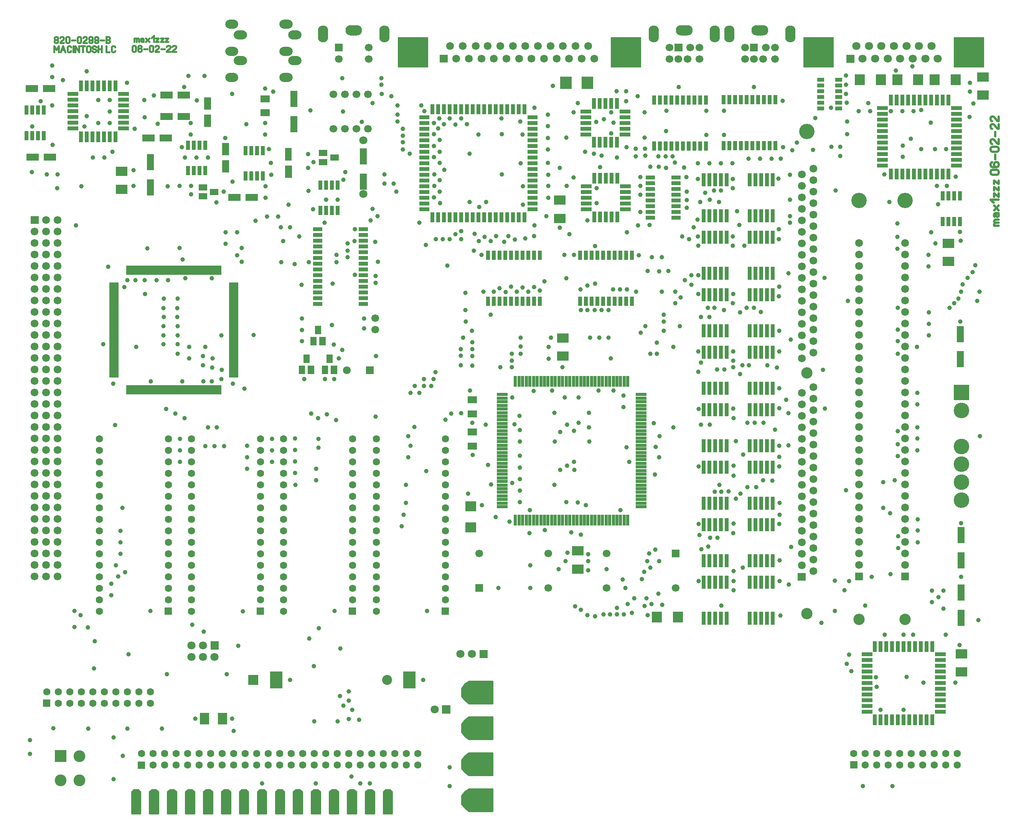
<source format=gbr>
%FSLAX34Y34*%
%MOMM*%
%LNSOLDERMASK_TOP*%
G71*
G01*
%ADD10C,1.000*%
%ADD11R,0.840X2.400*%
%ADD12R,2.400X0.840*%
%ADD13R,0.840X2.300*%
%ADD14R,2.300X0.840*%
%ADD15R,0.650X2.000*%
%ADD16R,2.000X0.650*%
%ADD17R,2.400X0.700*%
%ADD18R,0.700X2.400*%
%ADD19R,0.900X2.100*%
%ADD20R,2.100X0.900*%
%ADD21R,1.400X1.900*%
%ADD22R,1.900X1.400*%
%ADD23R,2.000X1.600*%
%ADD24R,2.500X2.100*%
%ADD25R,1.600X3.600*%
%ADD26R,2.800X1.500*%
%ADD27R,1.500X2.800*%
%ADD28R,0.900X3.000*%
%ADD29R,2.100X2.500*%
%ADD30R,2.600X2.800*%
%ADD31R,2.200X2.400*%
%ADD32R,2.400X2.200*%
%ADD33C,1.600*%
%ADD34C,1.700*%
%ADD35C,1.800*%
%ADD36C,1.720*%
%ADD37C,1.720*%
%ADD38C,3.400*%
%ADD39C,2.500*%
%ADD40C,3.400*%
%ADD41C,2.500*%
%ADD42C,1.720*%
%ADD43C,2.200*%
%ADD44C,2.000*%
%ADD45C,2.300*%
%ADD46C,3.450*%
%ADD47C,2.600*%
%ADD48R,1.650X0.950*%
%ADD49C,0.400*%
%ADD50C,1.800*%
%ADD51C,0.438*%
%ADD52R,2.800X3.800*%
%ADD53C,0.518*%
%LPD*%
X2022839Y1506250D02*
G54D10*
D03*
X198854Y1533933D02*
G54D10*
D03*
X130195Y203933D02*
G54D10*
D03*
X1955581Y245151D02*
G54D10*
D03*
X948366Y975274D02*
G54D10*
D03*
X2041848Y1428822D02*
G54D11*
D03*
X2054548Y1428822D02*
G54D11*
D03*
X2067248Y1428822D02*
G54D11*
D03*
X2079949Y1428822D02*
G54D11*
D03*
X2092650Y1428822D02*
G54D11*
D03*
X2105350Y1428822D02*
G54D11*
D03*
X2123445Y1447116D02*
G54D12*
D03*
X2123445Y1459816D02*
G54D12*
D03*
X2123445Y1472516D02*
G54D12*
D03*
X2123445Y1485216D02*
G54D12*
D03*
X2123445Y1497916D02*
G54D12*
D03*
X2123445Y1510616D02*
G54D12*
D03*
X2123445Y1523316D02*
G54D12*
D03*
X2123445Y1536016D02*
G54D12*
D03*
X2123445Y1548716D02*
G54D12*
D03*
X2123445Y1561416D02*
G54D12*
D03*
X2123445Y1574116D02*
G54D12*
D03*
X2105350Y1592211D02*
G54D11*
D03*
X2092650Y1592211D02*
G54D11*
D03*
X2079949Y1592211D02*
G54D11*
D03*
X2067248Y1592211D02*
G54D11*
D03*
X2054548Y1592211D02*
G54D11*
D03*
X2041848Y1592211D02*
G54D11*
D03*
X2029148Y1592211D02*
G54D11*
D03*
X2016448Y1592211D02*
G54D11*
D03*
X2003748Y1592211D02*
G54D11*
D03*
X1991048Y1592211D02*
G54D11*
D03*
X1978348Y1592211D02*
G54D11*
D03*
X1960054Y1574116D02*
G54D12*
D03*
X1960054Y1561416D02*
G54D12*
D03*
X1960054Y1548716D02*
G54D12*
D03*
X1960054Y1536016D02*
G54D12*
D03*
X1960054Y1523316D02*
G54D12*
D03*
X1960054Y1510616D02*
G54D12*
D03*
X1960054Y1497916D02*
G54D12*
D03*
X1960054Y1485216D02*
G54D12*
D03*
X1960054Y1472516D02*
G54D12*
D03*
X1960054Y1459816D02*
G54D12*
D03*
X1960054Y1447116D02*
G54D12*
D03*
X1978348Y1428822D02*
G54D11*
D03*
X1991048Y1428822D02*
G54D11*
D03*
X2003748Y1428822D02*
G54D11*
D03*
X2016448Y1428822D02*
G54D11*
D03*
X2029148Y1428822D02*
G54D11*
D03*
X1068301Y1333188D02*
G54D13*
D03*
X1081001Y1333188D02*
G54D13*
D03*
X1093701Y1333188D02*
G54D13*
D03*
X1106401Y1333188D02*
G54D13*
D03*
X1119101Y1333188D02*
G54D13*
D03*
X1131801Y1333188D02*
G54D13*
D03*
X1144501Y1333188D02*
G54D13*
D03*
X1157201Y1333188D02*
G54D13*
D03*
X1169901Y1333188D02*
G54D13*
D03*
X1187698Y1350786D02*
G54D14*
D03*
X1187698Y1363486D02*
G54D14*
D03*
X1187698Y1376186D02*
G54D14*
D03*
X1187698Y1388886D02*
G54D14*
D03*
X1187698Y1401586D02*
G54D14*
D03*
X1187698Y1414286D02*
G54D14*
D03*
X1187698Y1426986D02*
G54D14*
D03*
X1187698Y1439686D02*
G54D14*
D03*
X1187698Y1452386D02*
G54D14*
D03*
X1187698Y1465086D02*
G54D14*
D03*
X1187698Y1477786D02*
G54D14*
D03*
X1187698Y1490486D02*
G54D14*
D03*
X1187698Y1503186D02*
G54D14*
D03*
X1187698Y1515886D02*
G54D14*
D03*
X1187698Y1528586D02*
G54D14*
D03*
X1187698Y1541286D02*
G54D14*
D03*
X1187698Y1553986D02*
G54D14*
D03*
X1169901Y1571783D02*
G54D13*
D03*
X1157201Y1571783D02*
G54D13*
D03*
X1144501Y1571783D02*
G54D13*
D03*
X1131801Y1571783D02*
G54D13*
D03*
X1119101Y1571783D02*
G54D13*
D03*
X1106401Y1571783D02*
G54D13*
D03*
X1093701Y1571783D02*
G54D13*
D03*
X1081001Y1571783D02*
G54D13*
D03*
X1068301Y1571783D02*
G54D13*
D03*
X1055601Y1571783D02*
G54D13*
D03*
X1042901Y1571783D02*
G54D13*
D03*
X1030201Y1571783D02*
G54D13*
D03*
X1017501Y1571783D02*
G54D13*
D03*
X1004801Y1571783D02*
G54D13*
D03*
X992101Y1571783D02*
G54D13*
D03*
X979401Y1571783D02*
G54D13*
D03*
X966701Y1571783D02*
G54D13*
D03*
X948904Y1553986D02*
G54D14*
D03*
X948904Y1541286D02*
G54D14*
D03*
X948904Y1528586D02*
G54D14*
D03*
X948904Y1515886D02*
G54D14*
D03*
X948904Y1503186D02*
G54D14*
D03*
X948904Y1490486D02*
G54D14*
D03*
X948904Y1477786D02*
G54D14*
D03*
X948904Y1465086D02*
G54D14*
D03*
X948904Y1452386D02*
G54D14*
D03*
X948904Y1439686D02*
G54D14*
D03*
X948904Y1426986D02*
G54D14*
D03*
X948904Y1414286D02*
G54D14*
D03*
X948904Y1401586D02*
G54D14*
D03*
X948904Y1388886D02*
G54D14*
D03*
X948904Y1376186D02*
G54D14*
D03*
X948904Y1363486D02*
G54D14*
D03*
X948904Y1350786D02*
G54D14*
D03*
X966701Y1333188D02*
G54D13*
D03*
X979401Y1333188D02*
G54D13*
D03*
X992101Y1333188D02*
G54D13*
D03*
X1004801Y1333188D02*
G54D13*
D03*
X1017501Y1333188D02*
G54D13*
D03*
X1030201Y1333188D02*
G54D13*
D03*
X1042901Y1333188D02*
G54D13*
D03*
X1055601Y1333188D02*
G54D13*
D03*
X285588Y1567072D02*
G54D12*
D03*
X285588Y1579772D02*
G54D12*
D03*
X285588Y1592472D02*
G54D12*
D03*
X285588Y1605172D02*
G54D12*
D03*
X267688Y1623072D02*
G54D11*
D03*
X254988Y1623072D02*
G54D11*
D03*
X242288Y1623072D02*
G54D11*
D03*
X229588Y1623072D02*
G54D11*
D03*
X216888Y1623072D02*
G54D11*
D03*
X204188Y1623072D02*
G54D11*
D03*
X191488Y1623072D02*
G54D11*
D03*
X173588Y1605172D02*
G54D12*
D03*
X173588Y1592472D02*
G54D12*
D03*
X173588Y1579772D02*
G54D12*
D03*
X173588Y1567072D02*
G54D12*
D03*
X173588Y1554372D02*
G54D12*
D03*
X173588Y1541672D02*
G54D12*
D03*
X173588Y1528972D02*
G54D12*
D03*
X191488Y1511072D02*
G54D11*
D03*
X204188Y1511072D02*
G54D11*
D03*
X216888Y1511072D02*
G54D11*
D03*
X229588Y1511072D02*
G54D11*
D03*
X242288Y1511072D02*
G54D11*
D03*
X254988Y1511072D02*
G54D11*
D03*
X267688Y1511072D02*
G54D11*
D03*
X285588Y1528972D02*
G54D12*
D03*
X285588Y1541672D02*
G54D12*
D03*
X285588Y1554372D02*
G54D12*
D03*
X294479Y952223D02*
G54D15*
D03*
X300879Y952223D02*
G54D15*
D03*
X307179Y952223D02*
G54D15*
D03*
X313479Y952223D02*
G54D15*
D03*
X319879Y952223D02*
G54D15*
D03*
X326279Y952223D02*
G54D15*
D03*
X332579Y952223D02*
G54D15*
D03*
X338879Y952223D02*
G54D15*
D03*
X345279Y952223D02*
G54D15*
D03*
X351679Y952223D02*
G54D15*
D03*
X357979Y952223D02*
G54D15*
D03*
X364279Y952223D02*
G54D15*
D03*
X370679Y952223D02*
G54D15*
D03*
X377079Y952223D02*
G54D15*
D03*
X383379Y952223D02*
G54D15*
D03*
X389679Y952223D02*
G54D15*
D03*
X396079Y952223D02*
G54D15*
D03*
X402479Y952223D02*
G54D15*
D03*
X408779Y952223D02*
G54D15*
D03*
X415079Y952223D02*
G54D15*
D03*
X421479Y952223D02*
G54D15*
D03*
X427879Y952223D02*
G54D15*
D03*
X434179Y952223D02*
G54D15*
D03*
X440479Y952223D02*
G54D15*
D03*
X446879Y952223D02*
G54D15*
D03*
X453279Y952223D02*
G54D15*
D03*
X459579Y952223D02*
G54D15*
D03*
X465879Y952223D02*
G54D15*
D03*
X472279Y952223D02*
G54D15*
D03*
X478679Y952223D02*
G54D15*
D03*
X484979Y952223D02*
G54D15*
D03*
X491279Y952223D02*
G54D15*
D03*
X497679Y952223D02*
G54D15*
D03*
X528079Y982623D02*
G54D16*
D03*
X528079Y989023D02*
G54D16*
D03*
X528079Y995323D02*
G54D16*
D03*
X528079Y1001623D02*
G54D16*
D03*
X528079Y1008023D02*
G54D16*
D03*
X528079Y1014423D02*
G54D16*
D03*
X528079Y1020723D02*
G54D16*
D03*
X528079Y1027023D02*
G54D16*
D03*
X528079Y1033423D02*
G54D16*
D03*
X528079Y1039823D02*
G54D16*
D03*
X528079Y1046123D02*
G54D16*
D03*
X528079Y1052423D02*
G54D16*
D03*
X528079Y1058823D02*
G54D16*
D03*
X528079Y1065223D02*
G54D16*
D03*
X528079Y1071523D02*
G54D16*
D03*
X528079Y1077823D02*
G54D16*
D03*
X528079Y1084223D02*
G54D16*
D03*
X528079Y1090623D02*
G54D16*
D03*
X528079Y1096923D02*
G54D16*
D03*
X528079Y1103223D02*
G54D16*
D03*
X528079Y1109623D02*
G54D16*
D03*
X528079Y1116023D02*
G54D16*
D03*
X528079Y1122323D02*
G54D16*
D03*
X528079Y1128623D02*
G54D16*
D03*
X528079Y1135023D02*
G54D16*
D03*
X528079Y1141423D02*
G54D16*
D03*
X528079Y1147723D02*
G54D16*
D03*
X528079Y1154023D02*
G54D16*
D03*
X528079Y1160423D02*
G54D16*
D03*
X528079Y1166823D02*
G54D16*
D03*
X528079Y1173123D02*
G54D16*
D03*
X528079Y1179423D02*
G54D16*
D03*
X528079Y1185823D02*
G54D16*
D03*
X497679Y1216223D02*
G54D15*
D03*
X491279Y1216223D02*
G54D15*
D03*
X484979Y1216223D02*
G54D15*
D03*
X478679Y1216223D02*
G54D15*
D03*
X472279Y1216223D02*
G54D15*
D03*
X465879Y1216223D02*
G54D15*
D03*
X459579Y1216223D02*
G54D15*
D03*
X453279Y1216223D02*
G54D15*
D03*
X446879Y1216223D02*
G54D15*
D03*
X440479Y1216223D02*
G54D15*
D03*
X434179Y1216223D02*
G54D15*
D03*
X427879Y1216223D02*
G54D15*
D03*
X421479Y1216223D02*
G54D15*
D03*
X415079Y1216223D02*
G54D15*
D03*
X408779Y1216223D02*
G54D15*
D03*
X402479Y1216223D02*
G54D15*
D03*
X396079Y1216223D02*
G54D15*
D03*
X389679Y1216223D02*
G54D15*
D03*
X383379Y1216223D02*
G54D15*
D03*
X377079Y1216223D02*
G54D15*
D03*
X370679Y1216223D02*
G54D15*
D03*
X364279Y1216223D02*
G54D15*
D03*
X357979Y1216223D02*
G54D15*
D03*
X351679Y1216223D02*
G54D15*
D03*
X345279Y1216223D02*
G54D15*
D03*
X338879Y1216223D02*
G54D15*
D03*
X332579Y1216223D02*
G54D15*
D03*
X326279Y1216223D02*
G54D15*
D03*
X319879Y1216223D02*
G54D15*
D03*
X313479Y1216223D02*
G54D15*
D03*
X307179Y1216223D02*
G54D15*
D03*
X300879Y1216223D02*
G54D15*
D03*
X294479Y1216223D02*
G54D15*
D03*
X264079Y1185823D02*
G54D16*
D03*
X264079Y1179423D02*
G54D16*
D03*
X264079Y1173123D02*
G54D16*
D03*
X264079Y1166823D02*
G54D16*
D03*
X264079Y1160423D02*
G54D16*
D03*
X264079Y1154023D02*
G54D16*
D03*
X264079Y1147723D02*
G54D16*
D03*
X264079Y1141423D02*
G54D16*
D03*
X264079Y1135023D02*
G54D16*
D03*
X264079Y1128623D02*
G54D16*
D03*
X264079Y1122323D02*
G54D16*
D03*
X264079Y1116023D02*
G54D16*
D03*
X264079Y1109623D02*
G54D16*
D03*
X264079Y1103223D02*
G54D16*
D03*
X264079Y1096923D02*
G54D16*
D03*
X264079Y1090623D02*
G54D16*
D03*
X264079Y1084223D02*
G54D16*
D03*
X264079Y1077823D02*
G54D16*
D03*
X264079Y1071523D02*
G54D16*
D03*
X264079Y1065223D02*
G54D16*
D03*
X264079Y1058823D02*
G54D16*
D03*
X264079Y1052423D02*
G54D16*
D03*
X264079Y1046123D02*
G54D16*
D03*
X264079Y1039823D02*
G54D16*
D03*
X264079Y1033423D02*
G54D16*
D03*
X264079Y1027023D02*
G54D16*
D03*
X264079Y1020723D02*
G54D16*
D03*
X264079Y1014423D02*
G54D16*
D03*
X264079Y1008023D02*
G54D16*
D03*
X264079Y1001623D02*
G54D16*
D03*
X264079Y995323D02*
G54D16*
D03*
X264079Y989023D02*
G54D16*
D03*
X264079Y982623D02*
G54D16*
D03*
X1349570Y1419404D02*
G54D11*
D03*
X1336870Y1419404D02*
G54D11*
D03*
X1324170Y1419404D02*
G54D11*
D03*
X1306570Y1401804D02*
G54D12*
D03*
X1306570Y1389104D02*
G54D12*
D03*
X1306570Y1376404D02*
G54D12*
D03*
X1306570Y1363704D02*
G54D12*
D03*
X1306570Y1351004D02*
G54D12*
D03*
X1324170Y1333404D02*
G54D11*
D03*
X1336870Y1333404D02*
G54D11*
D03*
X1349570Y1333404D02*
G54D11*
D03*
X1362270Y1333404D02*
G54D11*
D03*
X1374970Y1333404D02*
G54D11*
D03*
X1392570Y1351004D02*
G54D12*
D03*
X1392570Y1363704D02*
G54D12*
D03*
X1392570Y1376404D02*
G54D12*
D03*
X1392570Y1389104D02*
G54D12*
D03*
X1392570Y1401804D02*
G54D12*
D03*
X1374970Y1419404D02*
G54D11*
D03*
X1362270Y1419404D02*
G54D11*
D03*
X1348775Y1498416D02*
G54D11*
D03*
X1361475Y1498416D02*
G54D11*
D03*
X1374175Y1498416D02*
G54D11*
D03*
X1391775Y1516016D02*
G54D12*
D03*
X1391775Y1528716D02*
G54D12*
D03*
X1391775Y1541416D02*
G54D12*
D03*
X1391775Y1554116D02*
G54D12*
D03*
X1391775Y1566816D02*
G54D12*
D03*
X1374175Y1584416D02*
G54D11*
D03*
X1361475Y1584416D02*
G54D11*
D03*
X1348775Y1584416D02*
G54D11*
D03*
X1336075Y1584416D02*
G54D11*
D03*
X1323375Y1584416D02*
G54D11*
D03*
X1305775Y1566816D02*
G54D12*
D03*
X1305775Y1554116D02*
G54D12*
D03*
X1305775Y1541416D02*
G54D12*
D03*
X1305775Y1528716D02*
G54D12*
D03*
X1305775Y1516016D02*
G54D12*
D03*
X1323375Y1498416D02*
G54D11*
D03*
X1336075Y1498416D02*
G54D11*
D03*
X1120626Y941421D02*
G54D17*
D03*
X1120626Y933421D02*
G54D17*
D03*
X1120626Y925421D02*
G54D17*
D03*
X1120626Y917421D02*
G54D17*
D03*
X1120626Y909421D02*
G54D17*
D03*
X1120626Y901421D02*
G54D17*
D03*
X1120626Y893421D02*
G54D17*
D03*
X1120626Y885421D02*
G54D17*
D03*
X1120626Y877421D02*
G54D17*
D03*
X1120626Y869421D02*
G54D17*
D03*
X1120626Y861421D02*
G54D17*
D03*
X1120626Y853421D02*
G54D17*
D03*
X1120626Y845421D02*
G54D17*
D03*
X1120626Y837421D02*
G54D17*
D03*
X1120626Y829421D02*
G54D17*
D03*
X1120626Y821421D02*
G54D17*
D03*
X1120626Y813421D02*
G54D17*
D03*
X1120626Y805421D02*
G54D17*
D03*
X1120626Y797421D02*
G54D17*
D03*
X1120626Y789420D02*
G54D17*
D03*
X1120626Y781420D02*
G54D17*
D03*
X1120626Y773420D02*
G54D17*
D03*
X1120626Y765420D02*
G54D17*
D03*
X1120626Y757420D02*
G54D17*
D03*
X1120626Y749421D02*
G54D17*
D03*
X1120626Y741421D02*
G54D17*
D03*
X1120626Y733421D02*
G54D17*
D03*
X1120626Y725421D02*
G54D17*
D03*
X1120626Y717421D02*
G54D17*
D03*
X1120626Y709421D02*
G54D17*
D03*
X1120626Y701421D02*
G54D17*
D03*
X1120626Y693421D02*
G54D17*
D03*
X1150007Y664039D02*
G54D18*
D03*
X1158007Y664039D02*
G54D18*
D03*
X1166007Y664039D02*
G54D18*
D03*
X1174007Y664039D02*
G54D18*
D03*
X1182007Y664039D02*
G54D18*
D03*
X1190007Y664039D02*
G54D18*
D03*
X1198007Y664039D02*
G54D18*
D03*
X1206007Y664039D02*
G54D18*
D03*
X1214007Y664039D02*
G54D18*
D03*
X1222007Y664039D02*
G54D18*
D03*
X1230007Y664039D02*
G54D18*
D03*
X1238007Y664039D02*
G54D18*
D03*
X1246007Y664039D02*
G54D18*
D03*
X1254007Y664039D02*
G54D18*
D03*
X1262007Y664039D02*
G54D18*
D03*
X1270007Y664039D02*
G54D18*
D03*
X1278007Y664039D02*
G54D18*
D03*
X1286007Y664039D02*
G54D18*
D03*
X1294007Y664039D02*
G54D18*
D03*
X1302007Y664039D02*
G54D18*
D03*
X1310007Y664039D02*
G54D18*
D03*
X1318007Y664039D02*
G54D18*
D03*
X1326007Y664039D02*
G54D18*
D03*
X1334007Y664039D02*
G54D18*
D03*
X1342007Y664039D02*
G54D18*
D03*
X1350007Y664039D02*
G54D18*
D03*
X1358007Y664039D02*
G54D18*
D03*
X1366007Y664039D02*
G54D18*
D03*
X1374007Y664039D02*
G54D18*
D03*
X1382007Y664039D02*
G54D18*
D03*
X1390007Y664039D02*
G54D18*
D03*
X1398007Y664039D02*
G54D18*
D03*
X1427389Y693421D02*
G54D17*
D03*
X1427389Y701421D02*
G54D17*
D03*
X1427389Y709421D02*
G54D17*
D03*
X1427389Y717421D02*
G54D17*
D03*
X1427389Y725421D02*
G54D17*
D03*
X1427389Y733421D02*
G54D17*
D03*
X1427389Y741421D02*
G54D17*
D03*
X1427389Y749421D02*
G54D17*
D03*
X1427389Y757420D02*
G54D17*
D03*
X1427389Y765420D02*
G54D17*
D03*
X1427389Y773420D02*
G54D17*
D03*
X1427389Y781420D02*
G54D17*
D03*
X1427389Y789420D02*
G54D17*
D03*
X1427389Y797421D02*
G54D17*
D03*
X1427389Y805421D02*
G54D17*
D03*
X1427389Y813421D02*
G54D17*
D03*
X1427389Y821421D02*
G54D17*
D03*
X1427389Y829421D02*
G54D17*
D03*
X1427389Y837421D02*
G54D17*
D03*
X1427389Y845421D02*
G54D17*
D03*
X1427389Y853421D02*
G54D17*
D03*
X1427389Y861421D02*
G54D17*
D03*
X1427389Y869421D02*
G54D17*
D03*
X1427389Y877421D02*
G54D17*
D03*
X1427389Y885421D02*
G54D17*
D03*
X1427389Y893421D02*
G54D17*
D03*
X1427389Y901421D02*
G54D17*
D03*
X1427389Y909421D02*
G54D17*
D03*
X1427389Y917421D02*
G54D17*
D03*
X1427389Y925421D02*
G54D17*
D03*
X1427389Y933421D02*
G54D17*
D03*
X1427389Y941421D02*
G54D17*
D03*
X1398007Y970802D02*
G54D18*
D03*
X1390007Y970802D02*
G54D18*
D03*
X1382007Y970802D02*
G54D18*
D03*
X1374007Y970802D02*
G54D18*
D03*
X1366007Y970802D02*
G54D18*
D03*
X1358007Y970802D02*
G54D18*
D03*
X1350007Y970802D02*
G54D18*
D03*
X1342007Y970802D02*
G54D18*
D03*
X1334007Y970802D02*
G54D18*
D03*
X1326007Y970802D02*
G54D18*
D03*
X1318007Y970802D02*
G54D18*
D03*
X1310007Y970802D02*
G54D18*
D03*
X1302007Y970802D02*
G54D18*
D03*
X1294007Y970802D02*
G54D18*
D03*
X1286007Y970802D02*
G54D18*
D03*
X1278007Y970802D02*
G54D18*
D03*
X1270007Y970802D02*
G54D18*
D03*
X1262007Y970802D02*
G54D18*
D03*
X1254007Y970802D02*
G54D18*
D03*
X1246007Y970802D02*
G54D18*
D03*
X1238007Y970802D02*
G54D18*
D03*
X1230007Y970802D02*
G54D18*
D03*
X1222007Y970802D02*
G54D18*
D03*
X1214007Y970802D02*
G54D18*
D03*
X1206007Y970802D02*
G54D18*
D03*
X1198007Y970802D02*
G54D18*
D03*
X1190007Y970802D02*
G54D18*
D03*
X1182007Y970802D02*
G54D18*
D03*
X1174007Y970802D02*
G54D18*
D03*
X1166007Y970802D02*
G54D18*
D03*
X1158007Y970802D02*
G54D18*
D03*
X1150007Y970802D02*
G54D18*
D03*
X1456305Y1490735D02*
G54D19*
D03*
X1469005Y1490735D02*
G54D19*
D03*
X1481705Y1490735D02*
G54D19*
D03*
X1494405Y1490735D02*
G54D19*
D03*
X1507105Y1490735D02*
G54D19*
D03*
X1519805Y1490735D02*
G54D19*
D03*
X1532505Y1490735D02*
G54D19*
D03*
X1545205Y1490735D02*
G54D19*
D03*
X1557905Y1490735D02*
G54D19*
D03*
X1570605Y1490735D02*
G54D19*
D03*
X1570605Y1592260D02*
G54D19*
D03*
X1557905Y1592260D02*
G54D19*
D03*
X1545205Y1592260D02*
G54D19*
D03*
X1532505Y1592260D02*
G54D19*
D03*
X1519805Y1592260D02*
G54D19*
D03*
X1507105Y1592260D02*
G54D19*
D03*
X1494405Y1592260D02*
G54D19*
D03*
X1481705Y1592260D02*
G54D19*
D03*
X1469005Y1592260D02*
G54D19*
D03*
X1456305Y1592260D02*
G54D19*
D03*
X2092438Y1323527D02*
G54D19*
D03*
X2105138Y1323527D02*
G54D19*
D03*
X2117838Y1323527D02*
G54D19*
D03*
X2130538Y1323527D02*
G54D19*
D03*
X2130538Y1379877D02*
G54D19*
D03*
X2117838Y1379877D02*
G54D19*
D03*
X2105138Y1379877D02*
G54D19*
D03*
X2092438Y1379877D02*
G54D19*
D03*
X1503989Y1331786D02*
G54D20*
D03*
X1503989Y1344486D02*
G54D20*
D03*
X1503989Y1357185D02*
G54D20*
D03*
X1503989Y1369885D02*
G54D20*
D03*
X1503989Y1382585D02*
G54D20*
D03*
X1503989Y1395285D02*
G54D20*
D03*
X1503989Y1407985D02*
G54D20*
D03*
X1503989Y1420685D02*
G54D20*
D03*
X1447639Y1420685D02*
G54D20*
D03*
X1447639Y1407985D02*
G54D20*
D03*
X1447639Y1395285D02*
G54D20*
D03*
X1447639Y1382585D02*
G54D20*
D03*
X1447639Y1369885D02*
G54D20*
D03*
X1447639Y1357185D02*
G54D20*
D03*
X1447639Y1344486D02*
G54D20*
D03*
X1447639Y1331786D02*
G54D20*
D03*
X2087650Y303801D02*
G54D12*
D03*
X2087650Y316501D02*
G54D12*
D03*
X2087650Y329201D02*
G54D12*
D03*
X2087650Y341902D02*
G54D12*
D03*
X2087650Y354602D02*
G54D12*
D03*
X2087650Y367302D02*
G54D12*
D03*
X2070148Y384802D02*
G54D11*
D03*
X2057448Y384802D02*
G54D11*
D03*
X2044748Y384802D02*
G54D11*
D03*
X2032048Y384802D02*
G54D11*
D03*
X2019348Y384802D02*
G54D11*
D03*
X2006648Y384802D02*
G54D11*
D03*
X1993948Y384802D02*
G54D11*
D03*
X1981248Y384802D02*
G54D11*
D03*
X1968548Y384802D02*
G54D11*
D03*
X1955848Y384802D02*
G54D11*
D03*
X1943148Y384802D02*
G54D11*
D03*
X1925648Y367302D02*
G54D12*
D03*
X1925648Y354602D02*
G54D12*
D03*
X1925648Y341902D02*
G54D12*
D03*
X1925648Y329201D02*
G54D12*
D03*
X1925648Y316501D02*
G54D12*
D03*
X1925648Y303801D02*
G54D12*
D03*
X1925648Y291101D02*
G54D12*
D03*
X1925648Y278401D02*
G54D12*
D03*
X1925648Y265701D02*
G54D12*
D03*
X1925648Y253001D02*
G54D12*
D03*
X1925648Y240301D02*
G54D12*
D03*
X1943148Y222801D02*
G54D11*
D03*
X1955848Y222801D02*
G54D11*
D03*
X1968548Y222801D02*
G54D11*
D03*
X1981248Y222801D02*
G54D11*
D03*
X1993948Y222801D02*
G54D11*
D03*
X2006648Y222801D02*
G54D11*
D03*
X2019348Y222801D02*
G54D11*
D03*
X2032048Y222801D02*
G54D11*
D03*
X2044748Y222801D02*
G54D11*
D03*
X2057448Y222801D02*
G54D11*
D03*
X2070148Y222801D02*
G54D11*
D03*
X2087650Y240301D02*
G54D12*
D03*
X2087650Y253001D02*
G54D12*
D03*
X2087650Y265701D02*
G54D12*
D03*
X2087650Y278401D02*
G54D12*
D03*
X2087650Y291101D02*
G54D12*
D03*
X1609342Y1490944D02*
G54D19*
D03*
X1622042Y1490944D02*
G54D19*
D03*
X1634742Y1490944D02*
G54D19*
D03*
X1647442Y1490944D02*
G54D19*
D03*
X1660142Y1490944D02*
G54D19*
D03*
X1672842Y1490944D02*
G54D19*
D03*
X1685542Y1490944D02*
G54D19*
D03*
X1698242Y1490944D02*
G54D19*
D03*
X1710942Y1490944D02*
G54D19*
D03*
X1723642Y1490944D02*
G54D19*
D03*
X1723642Y1592470D02*
G54D19*
D03*
X1710942Y1592470D02*
G54D19*
D03*
X1698242Y1592470D02*
G54D19*
D03*
X1685542Y1592470D02*
G54D19*
D03*
X1672842Y1592470D02*
G54D19*
D03*
X1660142Y1592470D02*
G54D19*
D03*
X1647442Y1592470D02*
G54D19*
D03*
X1634742Y1592470D02*
G54D19*
D03*
X1622042Y1592470D02*
G54D19*
D03*
X1609342Y1592470D02*
G54D19*
D03*
X1292745Y1147620D02*
G54D19*
D03*
X1305445Y1147620D02*
G54D19*
D03*
X1318145Y1147620D02*
G54D19*
D03*
X1330845Y1147620D02*
G54D19*
D03*
X1343545Y1147620D02*
G54D19*
D03*
X1356245Y1147620D02*
G54D19*
D03*
X1368945Y1147620D02*
G54D19*
D03*
X1381645Y1147620D02*
G54D19*
D03*
X1394345Y1147620D02*
G54D19*
D03*
X1407045Y1147620D02*
G54D19*
D03*
X1407045Y1249146D02*
G54D19*
D03*
X1394345Y1249146D02*
G54D19*
D03*
X1381645Y1249146D02*
G54D19*
D03*
X1368945Y1249146D02*
G54D19*
D03*
X1356245Y1249146D02*
G54D19*
D03*
X1343545Y1249146D02*
G54D19*
D03*
X1330845Y1249146D02*
G54D19*
D03*
X1318145Y1249146D02*
G54D19*
D03*
X1305445Y1249146D02*
G54D19*
D03*
X1292745Y1249146D02*
G54D19*
D03*
X1089545Y1147620D02*
G54D19*
D03*
X1102245Y1147620D02*
G54D19*
D03*
X1114945Y1147620D02*
G54D19*
D03*
X1127645Y1147620D02*
G54D19*
D03*
X1140345Y1147620D02*
G54D19*
D03*
X1153045Y1147620D02*
G54D19*
D03*
X1165745Y1147620D02*
G54D19*
D03*
X1178445Y1147620D02*
G54D19*
D03*
X1191145Y1147620D02*
G54D19*
D03*
X1203845Y1147620D02*
G54D19*
D03*
X1203845Y1249146D02*
G54D19*
D03*
X1191145Y1249146D02*
G54D19*
D03*
X1178445Y1249146D02*
G54D19*
D03*
X1165745Y1249146D02*
G54D19*
D03*
X1153045Y1249146D02*
G54D19*
D03*
X1140345Y1249146D02*
G54D19*
D03*
X1127645Y1249146D02*
G54D19*
D03*
X1114945Y1249146D02*
G54D19*
D03*
X1102245Y1249146D02*
G54D19*
D03*
X1089545Y1249146D02*
G54D19*
D03*
X814253Y1141187D02*
G54D20*
D03*
X814253Y1153887D02*
G54D20*
D03*
X814253Y1166587D02*
G54D20*
D03*
X814253Y1179287D02*
G54D20*
D03*
X814253Y1191987D02*
G54D20*
D03*
X814253Y1204687D02*
G54D20*
D03*
X814253Y1217387D02*
G54D20*
D03*
X814253Y1230087D02*
G54D20*
D03*
X814253Y1242787D02*
G54D20*
D03*
X814253Y1255487D02*
G54D20*
D03*
X814253Y1268187D02*
G54D20*
D03*
X814253Y1280886D02*
G54D20*
D03*
X814253Y1293585D02*
G54D20*
D03*
X814253Y1306285D02*
G54D20*
D03*
X713491Y1306285D02*
G54D20*
D03*
X713491Y1293585D02*
G54D20*
D03*
X713491Y1280886D02*
G54D20*
D03*
X713491Y1268187D02*
G54D20*
D03*
X713491Y1255487D02*
G54D20*
D03*
X713491Y1242787D02*
G54D20*
D03*
X713491Y1230087D02*
G54D20*
D03*
X713491Y1217387D02*
G54D20*
D03*
X713491Y1204687D02*
G54D20*
D03*
X713491Y1191987D02*
G54D20*
D03*
X713491Y1179287D02*
G54D20*
D03*
X713491Y1166587D02*
G54D20*
D03*
X713491Y1153887D02*
G54D20*
D03*
X713491Y1141187D02*
G54D20*
D03*
X719363Y1347840D02*
G54D19*
D03*
X732063Y1347840D02*
G54D19*
D03*
X744763Y1347840D02*
G54D19*
D03*
X757463Y1347840D02*
G54D19*
D03*
X757463Y1404190D02*
G54D19*
D03*
X744763Y1404190D02*
G54D19*
D03*
X732063Y1404190D02*
G54D19*
D03*
X719363Y1404190D02*
G54D19*
D03*
X554140Y1423895D02*
G54D19*
D03*
X566840Y1423895D02*
G54D19*
D03*
X579540Y1423895D02*
G54D19*
D03*
X592240Y1423895D02*
G54D19*
D03*
X592240Y1480245D02*
G54D19*
D03*
X579540Y1480245D02*
G54D19*
D03*
X566840Y1480245D02*
G54D19*
D03*
X554140Y1480245D02*
G54D19*
D03*
X465382Y1492442D02*
G54D19*
D03*
X452682Y1492442D02*
G54D19*
D03*
X439982Y1492442D02*
G54D19*
D03*
X427282Y1492442D02*
G54D19*
D03*
X427282Y1436092D02*
G54D19*
D03*
X439982Y1436092D02*
G54D19*
D03*
X452682Y1436092D02*
G54D19*
D03*
X465382Y1436092D02*
G54D19*
D03*
X108968Y1569958D02*
G54D19*
D03*
X96268Y1569958D02*
G54D19*
D03*
X83568Y1569958D02*
G54D19*
D03*
X70868Y1569958D02*
G54D19*
D03*
X70868Y1513608D02*
G54D19*
D03*
X83568Y1513608D02*
G54D19*
D03*
X96268Y1513608D02*
G54D19*
D03*
X108968Y1513608D02*
G54D19*
D03*
X678824Y995850D02*
G54D21*
D03*
G36*
X691824Y1005350D02*
X705824Y1005350D01*
X705824Y986350D01*
X691824Y986350D01*
X691824Y1005350D01*
G37*
X688824Y1020612D02*
G54D21*
D03*
X729624Y995850D02*
G54D21*
D03*
G36*
X742624Y1005350D02*
X756624Y1005350D01*
X756624Y986350D01*
X742624Y986350D01*
X742624Y1005350D01*
G37*
X739624Y1020612D02*
G54D21*
D03*
X704224Y1059350D02*
G54D21*
D03*
G36*
X717224Y1068850D02*
X731224Y1068850D01*
X731224Y1049850D01*
X717224Y1049850D01*
X717224Y1068850D01*
G37*
X714224Y1084112D02*
G54D21*
D03*
X460432Y1399036D02*
G54D22*
D03*
X460432Y1379036D02*
G54D22*
D03*
X485194Y1389036D02*
G54D22*
D03*
X725688Y1475164D02*
G54D22*
D03*
X725688Y1455164D02*
G54D22*
D03*
X750450Y1465164D02*
G54D22*
D03*
X597844Y1594805D02*
G54D23*
D03*
X597844Y1563630D02*
G54D23*
D03*
X1055021Y930022D02*
G54D23*
D03*
X1055021Y898847D02*
G54D23*
D03*
X1055021Y858584D02*
G54D23*
D03*
X1055021Y827409D02*
G54D23*
D03*
X281026Y1394353D02*
G54D24*
D03*
X281026Y1434253D02*
G54D24*
D03*
X814341Y1467430D02*
G54D25*
D03*
X814341Y1411868D02*
G54D25*
D03*
X660884Y1594364D02*
G54D25*
D03*
X660884Y1538802D02*
G54D25*
D03*
X344586Y1454787D02*
G54D25*
D03*
X344586Y1399224D02*
G54D25*
D03*
X529617Y1376523D02*
G54D26*
D03*
X567717Y1376523D02*
G54D26*
D03*
X648893Y1433836D02*
G54D27*
D03*
G36*
X641392Y1485936D02*
X656392Y1485936D01*
X656393Y1457936D01*
X641393Y1457936D01*
X641392Y1485936D01*
G37*
X510060Y1483968D02*
G54D27*
D03*
X510060Y1445868D02*
G54D27*
D03*
X378393Y1507999D02*
G54D26*
D03*
X340293Y1507999D02*
G54D26*
D03*
X470868Y1584697D02*
G54D27*
D03*
X470868Y1546597D02*
G54D27*
D03*
X417686Y1555274D02*
G54D26*
D03*
X379585Y1555274D02*
G54D26*
D03*
X417686Y1602899D02*
G54D26*
D03*
X379585Y1602899D02*
G54D26*
D03*
X121346Y1617319D02*
G54D26*
D03*
X83246Y1617319D02*
G54D26*
D03*
X84249Y1465478D02*
G54D26*
D03*
X122349Y1465478D02*
G54D26*
D03*
X1247486Y1370613D02*
G54D24*
D03*
X1247486Y1330713D02*
G54D24*
D03*
X1254866Y1066080D02*
G54D24*
D03*
X1254866Y1026180D02*
G54D24*
D03*
X1287953Y555980D02*
G54D24*
D03*
X1287953Y595880D02*
G54D24*
D03*
X2105370Y1275098D02*
G54D24*
D03*
X2105370Y1235199D02*
G54D24*
D03*
X2134381Y328746D02*
G54D24*
D03*
X2134381Y368646D02*
G54D24*
D03*
X1565570Y1336166D02*
G54D28*
D03*
X1578270Y1336166D02*
G54D28*
D03*
X1590970Y1336166D02*
G54D28*
D03*
X1603670Y1336166D02*
G54D28*
D03*
X1616370Y1336166D02*
G54D28*
D03*
X1667170Y1336166D02*
G54D28*
D03*
X1679870Y1336166D02*
G54D28*
D03*
X1692570Y1336166D02*
G54D28*
D03*
X1705270Y1336166D02*
G54D28*
D03*
X1717970Y1336166D02*
G54D28*
D03*
X1717970Y1416103D02*
G54D28*
D03*
X1705270Y1416103D02*
G54D28*
D03*
X1692570Y1416103D02*
G54D28*
D03*
X1679870Y1416103D02*
G54D28*
D03*
X1667170Y1416103D02*
G54D28*
D03*
X1616370Y1416103D02*
G54D28*
D03*
X1603670Y1416103D02*
G54D28*
D03*
X1590970Y1416103D02*
G54D28*
D03*
X1578270Y1416103D02*
G54D28*
D03*
X1565570Y1416103D02*
G54D28*
D03*
X1565570Y1209166D02*
G54D28*
D03*
X1578270Y1209166D02*
G54D28*
D03*
X1590970Y1209166D02*
G54D28*
D03*
X1603670Y1209166D02*
G54D28*
D03*
X1616370Y1209166D02*
G54D28*
D03*
X1667170Y1209166D02*
G54D28*
D03*
X1679870Y1209166D02*
G54D28*
D03*
X1692570Y1209166D02*
G54D28*
D03*
X1705270Y1209166D02*
G54D28*
D03*
X1717970Y1209166D02*
G54D28*
D03*
X1717970Y1289103D02*
G54D28*
D03*
X1705270Y1289103D02*
G54D28*
D03*
X1692570Y1289103D02*
G54D28*
D03*
X1679870Y1289103D02*
G54D28*
D03*
X1667170Y1289103D02*
G54D28*
D03*
X1616370Y1289103D02*
G54D28*
D03*
X1603670Y1289103D02*
G54D28*
D03*
X1590970Y1289103D02*
G54D28*
D03*
X1578270Y1289103D02*
G54D28*
D03*
X1565570Y1289103D02*
G54D28*
D03*
X1565570Y1082166D02*
G54D28*
D03*
X1578270Y1082166D02*
G54D28*
D03*
X1590970Y1082166D02*
G54D28*
D03*
X1603670Y1082166D02*
G54D28*
D03*
X1616370Y1082166D02*
G54D28*
D03*
X1667170Y1082166D02*
G54D28*
D03*
X1679870Y1082166D02*
G54D28*
D03*
X1692570Y1082166D02*
G54D28*
D03*
X1705270Y1082166D02*
G54D28*
D03*
X1717970Y1082166D02*
G54D28*
D03*
X1717970Y1162103D02*
G54D28*
D03*
X1705270Y1162103D02*
G54D28*
D03*
X1692570Y1162103D02*
G54D28*
D03*
X1679870Y1162103D02*
G54D28*
D03*
X1667170Y1162103D02*
G54D28*
D03*
X1616370Y1162103D02*
G54D28*
D03*
X1603670Y1162103D02*
G54D28*
D03*
X1590970Y1162103D02*
G54D28*
D03*
X1578270Y1162103D02*
G54D28*
D03*
X1565570Y1162103D02*
G54D28*
D03*
X1565570Y955166D02*
G54D28*
D03*
X1578270Y955166D02*
G54D28*
D03*
X1590970Y955166D02*
G54D28*
D03*
X1603670Y955166D02*
G54D28*
D03*
X1616370Y955166D02*
G54D28*
D03*
X1667170Y955166D02*
G54D28*
D03*
X1679870Y955166D02*
G54D28*
D03*
X1692570Y955166D02*
G54D28*
D03*
X1705270Y955166D02*
G54D28*
D03*
X1717970Y955166D02*
G54D28*
D03*
X1717970Y1035103D02*
G54D28*
D03*
X1705270Y1035103D02*
G54D28*
D03*
X1692570Y1035103D02*
G54D28*
D03*
X1679870Y1035103D02*
G54D28*
D03*
X1667170Y1035103D02*
G54D28*
D03*
X1616370Y1035103D02*
G54D28*
D03*
X1603670Y1035103D02*
G54D28*
D03*
X1590970Y1035103D02*
G54D28*
D03*
X1578270Y1035103D02*
G54D28*
D03*
X1565570Y1035103D02*
G54D28*
D03*
X1565570Y828166D02*
G54D28*
D03*
X1578270Y828166D02*
G54D28*
D03*
X1590970Y828166D02*
G54D28*
D03*
X1603670Y828166D02*
G54D28*
D03*
X1616370Y828166D02*
G54D28*
D03*
X1667170Y828166D02*
G54D28*
D03*
X1679870Y828166D02*
G54D28*
D03*
X1692570Y828166D02*
G54D28*
D03*
X1705270Y828166D02*
G54D28*
D03*
X1717970Y828166D02*
G54D28*
D03*
X1717970Y908103D02*
G54D28*
D03*
X1705270Y908103D02*
G54D28*
D03*
X1692570Y908103D02*
G54D28*
D03*
X1679870Y908103D02*
G54D28*
D03*
X1667170Y908103D02*
G54D28*
D03*
X1616370Y908103D02*
G54D28*
D03*
X1603670Y908103D02*
G54D28*
D03*
X1590970Y908103D02*
G54D28*
D03*
X1578270Y908103D02*
G54D28*
D03*
X1565570Y908103D02*
G54D28*
D03*
X1565570Y701166D02*
G54D28*
D03*
X1578270Y701166D02*
G54D28*
D03*
X1590970Y701166D02*
G54D28*
D03*
X1603670Y701166D02*
G54D28*
D03*
X1616370Y701166D02*
G54D28*
D03*
X1667170Y701166D02*
G54D28*
D03*
X1679870Y701166D02*
G54D28*
D03*
X1692570Y701166D02*
G54D28*
D03*
X1705270Y701166D02*
G54D28*
D03*
X1717970Y701166D02*
G54D28*
D03*
X1717970Y781103D02*
G54D28*
D03*
X1705270Y781103D02*
G54D28*
D03*
X1692570Y781103D02*
G54D28*
D03*
X1679870Y781103D02*
G54D28*
D03*
X1667170Y781103D02*
G54D28*
D03*
X1616370Y781103D02*
G54D28*
D03*
X1603670Y781103D02*
G54D28*
D03*
X1590970Y781103D02*
G54D28*
D03*
X1578270Y781103D02*
G54D28*
D03*
X1565570Y781103D02*
G54D28*
D03*
X1565570Y574166D02*
G54D28*
D03*
X1578270Y574166D02*
G54D28*
D03*
X1590970Y574166D02*
G54D28*
D03*
X1603670Y574166D02*
G54D28*
D03*
X1616370Y574166D02*
G54D28*
D03*
X1667170Y574166D02*
G54D28*
D03*
X1679870Y574166D02*
G54D28*
D03*
X1692570Y574166D02*
G54D28*
D03*
X1705270Y574166D02*
G54D28*
D03*
X1717970Y574166D02*
G54D28*
D03*
X1717970Y654103D02*
G54D28*
D03*
X1705270Y654103D02*
G54D28*
D03*
X1692570Y654103D02*
G54D28*
D03*
X1679870Y654103D02*
G54D28*
D03*
X1667170Y654103D02*
G54D28*
D03*
X1616370Y654103D02*
G54D28*
D03*
X1603670Y654103D02*
G54D28*
D03*
X1590970Y654103D02*
G54D28*
D03*
X1578270Y654103D02*
G54D28*
D03*
X1565570Y654103D02*
G54D28*
D03*
X1565570Y447166D02*
G54D28*
D03*
X1578270Y447166D02*
G54D28*
D03*
X1590970Y447166D02*
G54D28*
D03*
X1603670Y447166D02*
G54D28*
D03*
X1616370Y447166D02*
G54D28*
D03*
X1667170Y447166D02*
G54D28*
D03*
X1679870Y447166D02*
G54D28*
D03*
X1692570Y447166D02*
G54D28*
D03*
X1705270Y447166D02*
G54D28*
D03*
X1717970Y447166D02*
G54D28*
D03*
X1717970Y527103D02*
G54D28*
D03*
X1705270Y527103D02*
G54D28*
D03*
X1692570Y527103D02*
G54D28*
D03*
X1679870Y527103D02*
G54D28*
D03*
X1667170Y527103D02*
G54D28*
D03*
X1616370Y527103D02*
G54D28*
D03*
X1603670Y527103D02*
G54D28*
D03*
X1590970Y527103D02*
G54D28*
D03*
X1578270Y527103D02*
G54D28*
D03*
X1565570Y527103D02*
G54D28*
D03*
X2181570Y1643001D02*
G54D24*
D03*
X2181570Y1603102D02*
G54D24*
D03*
X463422Y225607D02*
G54D29*
D03*
X503321Y225607D02*
G54D29*
D03*
X1261342Y1630357D02*
G54D30*
D03*
X1308966Y1630357D02*
G54D30*
D03*
X1909977Y1636902D02*
G54D31*
D03*
X1956474Y1636942D02*
G54D31*
D03*
X1992527Y1636902D02*
G54D31*
D03*
X2039024Y1636942D02*
G54D31*
D03*
X2075077Y1636902D02*
G54D31*
D03*
X2121574Y1636942D02*
G54D31*
D03*
X1462302Y449452D02*
G54D31*
D03*
X1508799Y449492D02*
G54D31*
D03*
X1051262Y694321D02*
G54D32*
D03*
X1051302Y647824D02*
G54D32*
D03*
X2131752Y1019309D02*
G54D25*
D03*
X2131752Y1074871D02*
G54D25*
D03*
X2133554Y630818D02*
G54D25*
D03*
X2133554Y575256D02*
G54D25*
D03*
X2133554Y503818D02*
G54D25*
D03*
X2133554Y448256D02*
G54D25*
D03*
G36*
X987138Y454831D02*
X987138Y470831D01*
X1003138Y470831D01*
X1003138Y454831D01*
X987138Y454831D01*
G37*
X995138Y488231D02*
G54D33*
D03*
X995138Y513631D02*
G54D33*
D03*
X995138Y539031D02*
G54D33*
D03*
X995138Y564431D02*
G54D33*
D03*
X995138Y589831D02*
G54D33*
D03*
X995138Y615231D02*
G54D33*
D03*
X995138Y640631D02*
G54D33*
D03*
X995138Y666031D02*
G54D33*
D03*
X995138Y691431D02*
G54D33*
D03*
X995138Y716831D02*
G54D33*
D03*
X995138Y742231D02*
G54D33*
D03*
X995138Y767631D02*
G54D33*
D03*
X995138Y793031D02*
G54D33*
D03*
X995138Y818431D02*
G54D33*
D03*
X995138Y843831D02*
G54D33*
D03*
X842738Y843831D02*
G54D33*
D03*
X842738Y818431D02*
G54D33*
D03*
X842738Y793031D02*
G54D33*
D03*
X842738Y767631D02*
G54D33*
D03*
X842738Y742231D02*
G54D33*
D03*
X842738Y716831D02*
G54D33*
D03*
X842738Y691431D02*
G54D33*
D03*
X842738Y666031D02*
G54D33*
D03*
X842738Y640631D02*
G54D33*
D03*
X842738Y615231D02*
G54D33*
D03*
X842738Y589831D02*
G54D33*
D03*
X842738Y564431D02*
G54D33*
D03*
X842738Y539031D02*
G54D33*
D03*
X842738Y513631D02*
G54D33*
D03*
X842738Y488231D02*
G54D33*
D03*
X842738Y462831D02*
G54D33*
D03*
G36*
X782351Y454831D02*
X782351Y470831D01*
X798351Y470831D01*
X798351Y454831D01*
X782351Y454831D01*
G37*
X790351Y488231D02*
G54D33*
D03*
X790351Y513631D02*
G54D33*
D03*
X790351Y539031D02*
G54D33*
D03*
X790351Y564431D02*
G54D33*
D03*
X790351Y589831D02*
G54D33*
D03*
X790351Y615231D02*
G54D33*
D03*
X790351Y640631D02*
G54D33*
D03*
X790351Y666031D02*
G54D33*
D03*
X790351Y691431D02*
G54D33*
D03*
X790351Y716831D02*
G54D33*
D03*
X790351Y742231D02*
G54D33*
D03*
X790351Y767631D02*
G54D33*
D03*
X790351Y793031D02*
G54D33*
D03*
X790351Y818431D02*
G54D33*
D03*
X790351Y843831D02*
G54D33*
D03*
X637951Y843831D02*
G54D33*
D03*
X637951Y818431D02*
G54D33*
D03*
X637951Y793031D02*
G54D33*
D03*
X637951Y767631D02*
G54D33*
D03*
X637951Y742231D02*
G54D33*
D03*
X637951Y716831D02*
G54D33*
D03*
X637951Y691431D02*
G54D33*
D03*
X637951Y666031D02*
G54D33*
D03*
X637951Y640631D02*
G54D33*
D03*
X637951Y615231D02*
G54D33*
D03*
X637951Y589831D02*
G54D33*
D03*
X637951Y564431D02*
G54D33*
D03*
X637951Y539031D02*
G54D33*
D03*
X637951Y513631D02*
G54D33*
D03*
X637951Y488231D02*
G54D33*
D03*
X637951Y462831D02*
G54D33*
D03*
G36*
X579151Y454831D02*
X579151Y470831D01*
X595151Y470831D01*
X595151Y454831D01*
X579151Y454831D01*
G37*
X587151Y488231D02*
G54D33*
D03*
X587151Y513631D02*
G54D33*
D03*
X587151Y539031D02*
G54D33*
D03*
X587151Y564431D02*
G54D33*
D03*
X587151Y589831D02*
G54D33*
D03*
X587151Y615231D02*
G54D33*
D03*
X587151Y640631D02*
G54D33*
D03*
X587151Y666031D02*
G54D33*
D03*
X587151Y691431D02*
G54D33*
D03*
X587151Y716831D02*
G54D33*
D03*
X587151Y742231D02*
G54D33*
D03*
X587151Y767631D02*
G54D33*
D03*
X587151Y793031D02*
G54D33*
D03*
X587151Y818431D02*
G54D33*
D03*
X587151Y843831D02*
G54D33*
D03*
X434751Y843831D02*
G54D33*
D03*
X434751Y818431D02*
G54D33*
D03*
X434751Y793031D02*
G54D33*
D03*
X434751Y767631D02*
G54D33*
D03*
X434751Y742231D02*
G54D33*
D03*
X434751Y716831D02*
G54D33*
D03*
X434751Y691431D02*
G54D33*
D03*
X434751Y666031D02*
G54D33*
D03*
X434751Y640631D02*
G54D33*
D03*
X434751Y615231D02*
G54D33*
D03*
X434751Y589831D02*
G54D33*
D03*
X434751Y564431D02*
G54D33*
D03*
X434751Y539031D02*
G54D33*
D03*
X434751Y513631D02*
G54D33*
D03*
X434751Y488231D02*
G54D33*
D03*
X434751Y462831D02*
G54D33*
D03*
G36*
X375951Y454831D02*
X375951Y470831D01*
X391951Y470831D01*
X391951Y454831D01*
X375951Y454831D01*
G37*
X383951Y488231D02*
G54D33*
D03*
X383951Y513631D02*
G54D33*
D03*
X383951Y539031D02*
G54D33*
D03*
X383951Y564431D02*
G54D33*
D03*
X383951Y589831D02*
G54D33*
D03*
X383951Y615231D02*
G54D33*
D03*
X383951Y640631D02*
G54D33*
D03*
X383951Y666031D02*
G54D33*
D03*
X383951Y691431D02*
G54D33*
D03*
X383951Y716831D02*
G54D33*
D03*
X383951Y742231D02*
G54D33*
D03*
X383951Y767631D02*
G54D33*
D03*
X383951Y793031D02*
G54D33*
D03*
X383951Y818431D02*
G54D33*
D03*
X383951Y843831D02*
G54D33*
D03*
X231551Y843831D02*
G54D33*
D03*
X231551Y818431D02*
G54D33*
D03*
X231551Y793031D02*
G54D33*
D03*
X231551Y767631D02*
G54D33*
D03*
X231551Y742231D02*
G54D33*
D03*
X231551Y716831D02*
G54D33*
D03*
X231551Y691431D02*
G54D33*
D03*
X231551Y666031D02*
G54D33*
D03*
X231551Y640631D02*
G54D33*
D03*
X231551Y615231D02*
G54D33*
D03*
X231551Y589831D02*
G54D33*
D03*
X231551Y564431D02*
G54D33*
D03*
X231551Y539031D02*
G54D33*
D03*
X231551Y513631D02*
G54D33*
D03*
X231551Y488231D02*
G54D33*
D03*
X231551Y462831D02*
G54D33*
D03*
X1070200Y590350D02*
G54D34*
D03*
X1222600Y590350D02*
G54D34*
D03*
X1222601Y514150D02*
G54D34*
D03*
G36*
X1061700Y522650D02*
X1078700Y522650D01*
X1078700Y505650D01*
X1061700Y505650D01*
X1061700Y522650D01*
G37*
X1503236Y513765D02*
G54D34*
D03*
X1350835Y513765D02*
G54D34*
D03*
X1350835Y589965D02*
G54D34*
D03*
G36*
X1511736Y581465D02*
X1494736Y581465D01*
X1494736Y598465D01*
X1511736Y598465D01*
X1511736Y581465D01*
G37*
G36*
X1888750Y131158D02*
X1904750Y131158D01*
X1904750Y115158D01*
X1888750Y115158D01*
X1888750Y131158D01*
G37*
X1896750Y148558D02*
G54D33*
D03*
X1922150Y123158D02*
G54D33*
D03*
X1922150Y148558D02*
G54D33*
D03*
X1947550Y123158D02*
G54D33*
D03*
X1947550Y148558D02*
G54D33*
D03*
X1972950Y123158D02*
G54D33*
D03*
X1972950Y148558D02*
G54D33*
D03*
X1998350Y123158D02*
G54D33*
D03*
X1998350Y148558D02*
G54D33*
D03*
X2023750Y123158D02*
G54D33*
D03*
X2023750Y148558D02*
G54D33*
D03*
X2049150Y123158D02*
G54D33*
D03*
X2049150Y148558D02*
G54D33*
D03*
X2074550Y123158D02*
G54D33*
D03*
X2074550Y148558D02*
G54D33*
D03*
X2099950Y123158D02*
G54D33*
D03*
X2099950Y148558D02*
G54D33*
D03*
X2125350Y123158D02*
G54D33*
D03*
X2125350Y148558D02*
G54D33*
D03*
G36*
X107575Y267683D02*
X123575Y267683D01*
X123575Y251683D01*
X107575Y251683D01*
X107575Y267683D01*
G37*
X115575Y285083D02*
G54D33*
D03*
X140975Y259683D02*
G54D33*
D03*
X140975Y285083D02*
G54D33*
D03*
X166375Y259683D02*
G54D33*
D03*
X166375Y285083D02*
G54D33*
D03*
X191775Y259683D02*
G54D33*
D03*
X191775Y285083D02*
G54D33*
D03*
X217175Y259683D02*
G54D33*
D03*
X217175Y285083D02*
G54D33*
D03*
X242575Y259683D02*
G54D33*
D03*
X242575Y285083D02*
G54D33*
D03*
X267975Y259683D02*
G54D33*
D03*
X267975Y285083D02*
G54D33*
D03*
X293375Y259683D02*
G54D33*
D03*
X293375Y285083D02*
G54D33*
D03*
X318775Y259683D02*
G54D33*
D03*
X318775Y285083D02*
G54D33*
D03*
X344175Y259683D02*
G54D33*
D03*
X344175Y285083D02*
G54D33*
D03*
G36*
X316758Y130865D02*
X332758Y130865D01*
X332758Y114865D01*
X316758Y114865D01*
X316758Y130865D01*
G37*
X324758Y148265D02*
G54D33*
D03*
X350158Y122865D02*
G54D33*
D03*
X350158Y148265D02*
G54D33*
D03*
X375557Y122865D02*
G54D33*
D03*
X375558Y148265D02*
G54D33*
D03*
X400957Y122865D02*
G54D33*
D03*
X400958Y148265D02*
G54D33*
D03*
X426358Y122865D02*
G54D33*
D03*
X426358Y148265D02*
G54D33*
D03*
X451758Y122865D02*
G54D33*
D03*
X451758Y148265D02*
G54D33*
D03*
X477157Y122865D02*
G54D33*
D03*
X477158Y148265D02*
G54D33*
D03*
X502558Y122865D02*
G54D33*
D03*
X502558Y148265D02*
G54D33*
D03*
X527958Y122865D02*
G54D33*
D03*
X527958Y148265D02*
G54D33*
D03*
X553358Y122865D02*
G54D33*
D03*
X553358Y148265D02*
G54D33*
D03*
X578758Y122865D02*
G54D33*
D03*
X578758Y148265D02*
G54D33*
D03*
X604158Y122865D02*
G54D33*
D03*
X604158Y148265D02*
G54D33*
D03*
X629558Y122865D02*
G54D33*
D03*
X629558Y148265D02*
G54D33*
D03*
X654958Y122865D02*
G54D33*
D03*
X654958Y148265D02*
G54D33*
D03*
X680358Y122865D02*
G54D33*
D03*
X680358Y148265D02*
G54D33*
D03*
X705758Y122865D02*
G54D33*
D03*
X705758Y148265D02*
G54D33*
D03*
X731158Y122865D02*
G54D33*
D03*
X731158Y148265D02*
G54D33*
D03*
X756558Y122865D02*
G54D33*
D03*
X756558Y148265D02*
G54D33*
D03*
X781958Y122865D02*
G54D33*
D03*
X781958Y148265D02*
G54D33*
D03*
X807358Y122865D02*
G54D33*
D03*
X807358Y148265D02*
G54D33*
D03*
X832758Y122865D02*
G54D33*
D03*
X832758Y148265D02*
G54D33*
D03*
X858158Y122865D02*
G54D33*
D03*
X858158Y148265D02*
G54D33*
D03*
X883558Y122865D02*
G54D33*
D03*
X883558Y148265D02*
G54D33*
D03*
X908958Y122865D02*
G54D33*
D03*
X908958Y148265D02*
G54D33*
D03*
X934358Y122865D02*
G54D33*
D03*
X934358Y148265D02*
G54D33*
D03*
G36*
X1898252Y1674208D02*
X1880252Y1674208D01*
X1880252Y1692208D01*
X1898252Y1692208D01*
X1898252Y1674208D01*
G37*
X1915952Y1683208D02*
G54D35*
D03*
X1943652Y1683208D02*
G54D35*
D03*
X1971352Y1683208D02*
G54D35*
D03*
X1998952Y1683208D02*
G54D35*
D03*
X2026652Y1683208D02*
G54D35*
D03*
X2054352Y1683208D02*
G54D35*
D03*
X2082052Y1683208D02*
G54D35*
D03*
X1902252Y1711608D02*
G54D35*
D03*
X1929952Y1711608D02*
G54D35*
D03*
X1957552Y1711608D02*
G54D35*
D03*
X1985252Y1711608D02*
G54D35*
D03*
X2012952Y1711608D02*
G54D35*
D03*
X2040652Y1711608D02*
G54D35*
D03*
X2068352Y1711608D02*
G54D35*
D03*
G36*
X2117560Y1731147D02*
X2184560Y1731147D01*
X2184560Y1664147D01*
X2117560Y1664147D01*
X2117560Y1731147D01*
G37*
G36*
X1785772Y1731147D02*
X1852772Y1731147D01*
X1852772Y1664147D01*
X1785772Y1664147D01*
X1785772Y1731147D01*
G37*
G36*
X1360324Y1731147D02*
X1427324Y1731147D01*
X1427324Y1664147D01*
X1360324Y1664147D01*
X1360324Y1731147D01*
G37*
G36*
X890424Y1731147D02*
X957424Y1731147D01*
X957424Y1664147D01*
X890424Y1664147D01*
X890424Y1731147D01*
G37*
G36*
X1000341Y1674608D02*
X983141Y1674608D01*
X983141Y1691808D01*
X1000341Y1691808D01*
X1000341Y1674608D01*
G37*
X1019441Y1683208D02*
G54D36*
D03*
X1047041Y1683208D02*
G54D36*
D03*
X1074741Y1683208D02*
G54D36*
D03*
X1102441Y1683208D02*
G54D36*
D03*
X1130141Y1683208D02*
G54D36*
D03*
X1157841Y1683208D02*
G54D36*
D03*
X1185541Y1683208D02*
G54D36*
D03*
X1213241Y1683208D02*
G54D36*
D03*
X1240841Y1683208D02*
G54D36*
D03*
X1268541Y1683208D02*
G54D36*
D03*
X1296241Y1683208D02*
G54D36*
D03*
X1323941Y1683208D02*
G54D36*
D03*
X1005641Y1711608D02*
G54D36*
D03*
X1033341Y1711608D02*
G54D36*
D03*
X1062041Y1711608D02*
G54D36*
D03*
X1088741Y1711608D02*
G54D36*
D03*
X1116441Y1711608D02*
G54D36*
D03*
X1144141Y1711608D02*
G54D36*
D03*
X1171841Y1711608D02*
G54D36*
D03*
X1199441Y1711608D02*
G54D36*
D03*
X1227141Y1711608D02*
G54D36*
D03*
X1254841Y1711608D02*
G54D36*
D03*
X1282541Y1711608D02*
G54D36*
D03*
X1310241Y1711608D02*
G54D36*
D03*
G36*
X2001400Y530950D02*
X2001400Y548150D01*
X2018600Y548150D01*
X2018600Y530950D01*
X2001400Y530950D01*
G37*
X2010000Y564950D02*
G54D37*
D03*
X2010000Y590350D02*
G54D37*
D03*
X2010000Y615750D02*
G54D37*
D03*
X2010000Y641150D02*
G54D37*
D03*
X2010000Y666550D02*
G54D37*
D03*
X2010000Y691950D02*
G54D37*
D03*
X2010000Y717350D02*
G54D37*
D03*
X2010000Y742750D02*
G54D37*
D03*
X2010000Y768150D02*
G54D37*
D03*
X2010000Y793550D02*
G54D37*
D03*
X2010000Y818950D02*
G54D37*
D03*
X2010000Y844350D02*
G54D37*
D03*
X2010000Y869750D02*
G54D37*
D03*
X2010000Y895150D02*
G54D37*
D03*
X2010000Y920550D02*
G54D37*
D03*
X2010000Y945950D02*
G54D37*
D03*
X2010000Y971350D02*
G54D37*
D03*
X2010000Y996750D02*
G54D37*
D03*
X2010000Y1022150D02*
G54D37*
D03*
X2010000Y1047550D02*
G54D37*
D03*
X2010000Y1072950D02*
G54D37*
D03*
X2010000Y1098350D02*
G54D37*
D03*
X2010000Y1123750D02*
G54D37*
D03*
X2010000Y1149150D02*
G54D37*
D03*
X2010000Y1174550D02*
G54D37*
D03*
X2010000Y1199950D02*
G54D37*
D03*
X2010000Y1225350D02*
G54D37*
D03*
X2010000Y1250750D02*
G54D37*
D03*
X2010000Y1276150D02*
G54D37*
D03*
G36*
X1899800Y530950D02*
X1899800Y548150D01*
X1917000Y548150D01*
X1917000Y530950D01*
X1899800Y530950D01*
G37*
X1908400Y564950D02*
G54D37*
D03*
X1908400Y590350D02*
G54D37*
D03*
X1908400Y615750D02*
G54D37*
D03*
X1908400Y641150D02*
G54D37*
D03*
X1908400Y666550D02*
G54D37*
D03*
X1908400Y691950D02*
G54D37*
D03*
X1908400Y717350D02*
G54D37*
D03*
X1908400Y742750D02*
G54D37*
D03*
X1908400Y768150D02*
G54D37*
D03*
X1908400Y793550D02*
G54D37*
D03*
X1908400Y818950D02*
G54D37*
D03*
X1908400Y844350D02*
G54D37*
D03*
X1908400Y869750D02*
G54D37*
D03*
X1908400Y895150D02*
G54D37*
D03*
X1908400Y920550D02*
G54D37*
D03*
X1908400Y945950D02*
G54D37*
D03*
X1908400Y971350D02*
G54D37*
D03*
X1908400Y996750D02*
G54D37*
D03*
X1908400Y1022150D02*
G54D37*
D03*
X1908400Y1047550D02*
G54D37*
D03*
X1908400Y1072950D02*
G54D37*
D03*
X1908400Y1098350D02*
G54D37*
D03*
X1908400Y1123750D02*
G54D37*
D03*
X1908400Y1149150D02*
G54D37*
D03*
X1908400Y1174550D02*
G54D37*
D03*
X1908400Y1199950D02*
G54D37*
D03*
X1908400Y1225350D02*
G54D37*
D03*
X1908400Y1250750D02*
G54D37*
D03*
X1908400Y1276150D02*
G54D37*
D03*
X1908400Y1369812D02*
G54D38*
D03*
X2010000Y1369812D02*
G54D38*
D03*
X1908400Y444300D02*
G54D39*
D03*
X2010000Y444300D02*
G54D39*
D03*
X1781674Y716222D02*
G54D37*
D03*
X1781674Y741622D02*
G54D37*
D03*
X1781674Y767022D02*
G54D37*
D03*
X1781674Y792422D02*
G54D37*
D03*
X1781674Y817822D02*
G54D37*
D03*
X1781674Y843222D02*
G54D37*
D03*
X1781674Y868622D02*
G54D37*
D03*
X1781674Y894022D02*
G54D37*
D03*
X1781674Y919422D02*
G54D37*
D03*
X1781674Y944822D02*
G54D37*
D03*
X1781674Y1021022D02*
G54D37*
D03*
X1781674Y1046422D02*
G54D37*
D03*
X1781674Y1071822D02*
G54D37*
D03*
X1781674Y1097222D02*
G54D37*
D03*
X1781674Y1122622D02*
G54D37*
D03*
X1781674Y1148022D02*
G54D37*
D03*
X1781674Y1173422D02*
G54D37*
D03*
X1781674Y1198822D02*
G54D37*
D03*
X1781674Y1224222D02*
G54D37*
D03*
X1781674Y1249622D02*
G54D37*
D03*
X1781674Y1275022D02*
G54D37*
D03*
X1781674Y1300422D02*
G54D37*
D03*
X1781674Y1325822D02*
G54D37*
D03*
X1781674Y1351222D02*
G54D37*
D03*
X1781674Y1376622D02*
G54D37*
D03*
X1781674Y1402022D02*
G54D37*
D03*
X1781674Y1427422D02*
G54D37*
D03*
X1807074Y728922D02*
G54D37*
D03*
X1807074Y754322D02*
G54D37*
D03*
X1807074Y779722D02*
G54D37*
D03*
X1807074Y805122D02*
G54D37*
D03*
X1807074Y830522D02*
G54D37*
D03*
X1807074Y855922D02*
G54D37*
D03*
X1807074Y881322D02*
G54D37*
D03*
X1807074Y906722D02*
G54D37*
D03*
X1807074Y932122D02*
G54D37*
D03*
X1807074Y957522D02*
G54D37*
D03*
X1807074Y1033722D02*
G54D37*
D03*
X1807074Y1059122D02*
G54D37*
D03*
X1807074Y1084522D02*
G54D37*
D03*
X1807074Y1109922D02*
G54D37*
D03*
X1807074Y1135322D02*
G54D37*
D03*
X1807074Y1160722D02*
G54D37*
D03*
X1807074Y1186122D02*
G54D37*
D03*
X1807074Y1211522D02*
G54D37*
D03*
X1807074Y1236922D02*
G54D37*
D03*
X1807074Y1262322D02*
G54D37*
D03*
X1807074Y1287722D02*
G54D37*
D03*
X1807074Y1313122D02*
G54D37*
D03*
X1807074Y1338522D02*
G54D37*
D03*
X1807074Y1363922D02*
G54D37*
D03*
X1807074Y1389322D02*
G54D37*
D03*
X1807074Y1414722D02*
G54D37*
D03*
X1807074Y1440122D02*
G54D37*
D03*
G36*
X1773074Y529822D02*
X1773074Y547022D01*
X1790274Y547022D01*
X1790274Y529822D01*
X1773074Y529822D01*
G37*
X1781674Y563822D02*
G54D37*
D03*
X1781674Y589222D02*
G54D37*
D03*
X1781674Y614622D02*
G54D37*
D03*
X1781674Y640022D02*
G54D37*
D03*
X1781674Y665422D02*
G54D37*
D03*
X1781674Y690822D02*
G54D37*
D03*
X1807074Y551122D02*
G54D37*
D03*
X1807074Y576522D02*
G54D37*
D03*
X1807074Y601922D02*
G54D37*
D03*
X1807074Y627322D02*
G54D37*
D03*
X1807074Y652722D02*
G54D37*
D03*
X1807074Y678122D02*
G54D37*
D03*
X1807074Y703522D02*
G54D37*
D03*
X1793306Y1522212D02*
G54D40*
D03*
X1793306Y988812D02*
G54D41*
D03*
X1793306Y457000D02*
G54D41*
D03*
X139925Y590350D02*
G54D42*
D03*
X139925Y615750D02*
G54D42*
D03*
X139925Y641150D02*
G54D42*
D03*
X139925Y666550D02*
G54D42*
D03*
X139925Y691950D02*
G54D42*
D03*
X139925Y717350D02*
G54D42*
D03*
X139925Y742750D02*
G54D42*
D03*
X139925Y768150D02*
G54D42*
D03*
X139925Y793550D02*
G54D42*
D03*
X139925Y818950D02*
G54D42*
D03*
X139925Y844350D02*
G54D42*
D03*
X139925Y869750D02*
G54D42*
D03*
X139925Y895150D02*
G54D42*
D03*
X139925Y920550D02*
G54D42*
D03*
X139925Y945950D02*
G54D42*
D03*
X139925Y971350D02*
G54D42*
D03*
X139925Y996750D02*
G54D42*
D03*
X139925Y1022150D02*
G54D42*
D03*
X139925Y1047550D02*
G54D42*
D03*
X139925Y1072950D02*
G54D42*
D03*
X139925Y1098350D02*
G54D42*
D03*
X139925Y1123750D02*
G54D42*
D03*
X139925Y1149150D02*
G54D42*
D03*
X139925Y1174550D02*
G54D42*
D03*
X139925Y1199950D02*
G54D42*
D03*
X139925Y1225350D02*
G54D42*
D03*
X139925Y1250750D02*
G54D42*
D03*
X139925Y1276150D02*
G54D42*
D03*
X139925Y1301550D02*
G54D42*
D03*
X139925Y1326950D02*
G54D42*
D03*
X114525Y590350D02*
G54D42*
D03*
X114525Y615750D02*
G54D42*
D03*
X114525Y641150D02*
G54D42*
D03*
X114525Y666550D02*
G54D42*
D03*
X114525Y691950D02*
G54D42*
D03*
X114525Y717350D02*
G54D42*
D03*
X114525Y742750D02*
G54D42*
D03*
X114525Y768150D02*
G54D42*
D03*
X114525Y793550D02*
G54D42*
D03*
X114525Y818950D02*
G54D42*
D03*
X114525Y844350D02*
G54D42*
D03*
X114525Y869750D02*
G54D42*
D03*
X114525Y895150D02*
G54D42*
D03*
X114525Y920550D02*
G54D42*
D03*
X114525Y945950D02*
G54D42*
D03*
X114525Y971350D02*
G54D42*
D03*
X114525Y996750D02*
G54D42*
D03*
X114525Y1022150D02*
G54D42*
D03*
X114525Y1047550D02*
G54D42*
D03*
X114525Y1072950D02*
G54D42*
D03*
X114525Y1098350D02*
G54D42*
D03*
X114525Y1123750D02*
G54D42*
D03*
X114525Y1149150D02*
G54D42*
D03*
X114525Y1174550D02*
G54D42*
D03*
X114525Y1199950D02*
G54D42*
D03*
X114525Y1225350D02*
G54D42*
D03*
X114525Y1250750D02*
G54D42*
D03*
X114525Y1276150D02*
G54D42*
D03*
X114525Y1301550D02*
G54D42*
D03*
X114525Y1326950D02*
G54D42*
D03*
X89125Y590350D02*
G54D42*
D03*
X89125Y615750D02*
G54D42*
D03*
X89125Y641150D02*
G54D42*
D03*
X89125Y666550D02*
G54D42*
D03*
X89125Y691950D02*
G54D42*
D03*
X89125Y717350D02*
G54D42*
D03*
X89125Y742750D02*
G54D42*
D03*
X89125Y768150D02*
G54D42*
D03*
X89125Y793550D02*
G54D42*
D03*
X89125Y818950D02*
G54D42*
D03*
X89125Y844350D02*
G54D42*
D03*
X89125Y869750D02*
G54D42*
D03*
X89125Y895150D02*
G54D42*
D03*
X89125Y920550D02*
G54D42*
D03*
X89125Y945950D02*
G54D42*
D03*
X89125Y971350D02*
G54D42*
D03*
X89125Y996750D02*
G54D42*
D03*
X89125Y1022150D02*
G54D42*
D03*
X89125Y1047550D02*
G54D42*
D03*
X89125Y1072950D02*
G54D42*
D03*
X89125Y1098350D02*
G54D42*
D03*
X89125Y1123750D02*
G54D42*
D03*
X89125Y1149150D02*
G54D42*
D03*
X89125Y1174550D02*
G54D42*
D03*
X89125Y1199950D02*
G54D42*
D03*
X89125Y1225350D02*
G54D42*
D03*
X89125Y1250750D02*
G54D42*
D03*
X89125Y1276150D02*
G54D42*
D03*
X89125Y1301550D02*
G54D42*
D03*
G36*
X80525Y1318350D02*
X80525Y1335550D01*
X97725Y1335550D01*
X97725Y1318350D01*
X80525Y1318350D01*
G37*
X139925Y539550D02*
G54D42*
D03*
X139925Y564950D02*
G54D42*
D03*
X114525Y539550D02*
G54D42*
D03*
X114525Y564950D02*
G54D42*
D03*
X89125Y539550D02*
G54D42*
D03*
X89125Y564950D02*
G54D42*
D03*
G36*
X495000Y378150D02*
X477000Y378150D01*
X477000Y396150D01*
X495000Y396150D01*
X495000Y378150D01*
G37*
X486000Y361750D02*
G54D35*
D03*
X460600Y387150D02*
G54D35*
D03*
X460600Y361750D02*
G54D35*
D03*
X435200Y387150D02*
G54D35*
D03*
X435200Y361750D02*
G54D35*
D03*
X840806Y1109859D02*
G54D34*
D03*
X840806Y1084459D02*
G54D34*
D03*
G36*
X1088725Y359100D02*
X1070725Y359100D01*
X1070725Y377100D01*
X1088725Y377100D01*
X1088725Y359100D01*
G37*
X1054325Y368100D02*
G54D35*
D03*
X1028925Y368100D02*
G54D35*
D03*
G36*
X1006175Y236862D02*
X988175Y236862D01*
X988175Y254862D01*
X1006175Y254862D01*
X1006175Y236862D01*
G37*
X971775Y245862D02*
G54D35*
D03*
X867000Y310950D02*
G54D43*
D03*
G36*
X560725Y321950D02*
X582725Y321950D01*
X582725Y299950D01*
X560725Y299950D01*
X560725Y321950D01*
G37*
G36*
X837500Y986562D02*
X820300Y986562D01*
X820300Y1003762D01*
X837500Y1003762D01*
X837500Y986562D01*
G37*
X778100Y995163D02*
G54D37*
D03*
X747938Y1604762D02*
G54D34*
D03*
X773338Y1604762D02*
G54D34*
D03*
X798738Y1604762D02*
G54D34*
D03*
X824138Y1604762D02*
G54D34*
D03*
X747938Y1528562D02*
G54D34*
D03*
X773338Y1528562D02*
G54D34*
D03*
X798738Y1528562D02*
G54D34*
D03*
X824137Y1528562D02*
G54D34*
D03*
X519301Y1641918D02*
G54D44*
D03*
X520301Y1641918D02*
G54D44*
D03*
X521301Y1641918D02*
G54D44*
D03*
X522301Y1641918D02*
G54D44*
D03*
X523301Y1641918D02*
G54D44*
D03*
X524301Y1641918D02*
G54D44*
D03*
X525301Y1641918D02*
G54D44*
D03*
X526301Y1641918D02*
G54D44*
D03*
X527301Y1641918D02*
G54D44*
D03*
X528301Y1641918D02*
G54D44*
D03*
X538351Y1679224D02*
G54D44*
D03*
X539351Y1679224D02*
G54D44*
D03*
X540351Y1679224D02*
G54D44*
D03*
X541351Y1679224D02*
G54D44*
D03*
X542351Y1679224D02*
G54D44*
D03*
X543351Y1679224D02*
G54D44*
D03*
X544351Y1679224D02*
G54D44*
D03*
X545351Y1679224D02*
G54D44*
D03*
X546351Y1679224D02*
G54D44*
D03*
X547351Y1679224D02*
G54D44*
D03*
X519301Y1699068D02*
G54D44*
D03*
X520301Y1699068D02*
G54D44*
D03*
X521301Y1699068D02*
G54D44*
D03*
X522301Y1699068D02*
G54D44*
D03*
X523301Y1699068D02*
G54D44*
D03*
X524301Y1699068D02*
G54D44*
D03*
X525301Y1699068D02*
G54D44*
D03*
X526301Y1699068D02*
G54D44*
D03*
X527301Y1699068D02*
G54D44*
D03*
X528301Y1699068D02*
G54D44*
D03*
X538351Y1735580D02*
G54D44*
D03*
X539351Y1735580D02*
G54D44*
D03*
X540351Y1735580D02*
G54D44*
D03*
X541351Y1735580D02*
G54D44*
D03*
X542351Y1735580D02*
G54D44*
D03*
X543351Y1735580D02*
G54D44*
D03*
X544351Y1735580D02*
G54D44*
D03*
X545351Y1735580D02*
G54D44*
D03*
X546351Y1735580D02*
G54D44*
D03*
X547351Y1735580D02*
G54D44*
D03*
X519301Y1759393D02*
G54D44*
D03*
X520301Y1759393D02*
G54D44*
D03*
X521301Y1759393D02*
G54D44*
D03*
X522301Y1759393D02*
G54D44*
D03*
X523301Y1759393D02*
G54D44*
D03*
X524301Y1759393D02*
G54D44*
D03*
X525301Y1759393D02*
G54D44*
D03*
X526301Y1759393D02*
G54D44*
D03*
X527301Y1759393D02*
G54D44*
D03*
X528301Y1759393D02*
G54D44*
D03*
X639426Y1641918D02*
G54D44*
D03*
X640426Y1641918D02*
G54D44*
D03*
X641426Y1641918D02*
G54D44*
D03*
X642426Y1641918D02*
G54D44*
D03*
X643426Y1641918D02*
G54D44*
D03*
X644426Y1641918D02*
G54D44*
D03*
X645426Y1641918D02*
G54D44*
D03*
X646426Y1641918D02*
G54D44*
D03*
X647426Y1641918D02*
G54D44*
D03*
X648426Y1641918D02*
G54D44*
D03*
X658476Y1679224D02*
G54D44*
D03*
X659476Y1679224D02*
G54D44*
D03*
X660476Y1679224D02*
G54D44*
D03*
X661476Y1679224D02*
G54D44*
D03*
X662476Y1679224D02*
G54D44*
D03*
X663476Y1679224D02*
G54D44*
D03*
X664476Y1679224D02*
G54D44*
D03*
X665476Y1679224D02*
G54D44*
D03*
X666476Y1679224D02*
G54D44*
D03*
X667476Y1679224D02*
G54D44*
D03*
X639426Y1699068D02*
G54D44*
D03*
X640426Y1699068D02*
G54D44*
D03*
X641426Y1699068D02*
G54D44*
D03*
X642426Y1699068D02*
G54D44*
D03*
X643426Y1699068D02*
G54D44*
D03*
X644426Y1699068D02*
G54D44*
D03*
X645426Y1699068D02*
G54D44*
D03*
X646426Y1699068D02*
G54D44*
D03*
X647426Y1699068D02*
G54D44*
D03*
X648426Y1699068D02*
G54D44*
D03*
X658476Y1735580D02*
G54D44*
D03*
X659476Y1735580D02*
G54D44*
D03*
X660476Y1735580D02*
G54D44*
D03*
X661476Y1735580D02*
G54D44*
D03*
X662476Y1735580D02*
G54D44*
D03*
X663476Y1735580D02*
G54D44*
D03*
X664476Y1735580D02*
G54D44*
D03*
X665476Y1735580D02*
G54D44*
D03*
X666476Y1735580D02*
G54D44*
D03*
X667476Y1735580D02*
G54D44*
D03*
X639426Y1759393D02*
G54D44*
D03*
X640426Y1759393D02*
G54D44*
D03*
X641426Y1759393D02*
G54D44*
D03*
X642426Y1759393D02*
G54D44*
D03*
X643426Y1759393D02*
G54D44*
D03*
X644426Y1759393D02*
G54D44*
D03*
X645426Y1759393D02*
G54D44*
D03*
X646426Y1759393D02*
G54D44*
D03*
X647426Y1759393D02*
G54D44*
D03*
X648426Y1759393D02*
G54D44*
D03*
X1590259Y1745179D02*
G54D45*
D03*
X1590259Y1744179D02*
G54D45*
D03*
X1590259Y1743179D02*
G54D45*
D03*
X1590259Y1742179D02*
G54D45*
D03*
X1590259Y1741179D02*
G54D45*
D03*
X1590259Y1740179D02*
G54D45*
D03*
X1590259Y1739179D02*
G54D45*
D03*
X1590259Y1738179D02*
G54D45*
D03*
X1590259Y1737179D02*
G54D45*
D03*
X1590259Y1736179D02*
G54D45*
D03*
X1590259Y1735179D02*
G54D45*
D03*
X1590259Y1734179D02*
G54D45*
D03*
X1590259Y1733179D02*
G54D45*
D03*
X1590259Y1732179D02*
G54D45*
D03*
X1590259Y1731179D02*
G54D45*
D03*
X1455321Y1745179D02*
G54D45*
D03*
X1455321Y1744179D02*
G54D45*
D03*
X1455321Y1743179D02*
G54D45*
D03*
X1455321Y1742179D02*
G54D45*
D03*
X1455321Y1741179D02*
G54D45*
D03*
X1455321Y1740179D02*
G54D45*
D03*
X1455321Y1739179D02*
G54D45*
D03*
X1455321Y1738179D02*
G54D45*
D03*
X1455321Y1737179D02*
G54D45*
D03*
X1455321Y1736179D02*
G54D45*
D03*
X1455321Y1735179D02*
G54D45*
D03*
X1455321Y1734179D02*
G54D45*
D03*
X1455321Y1733179D02*
G54D45*
D03*
X1455321Y1732179D02*
G54D45*
D03*
X1455321Y1731179D02*
G54D45*
D03*
X1529790Y1746116D02*
G54D45*
D03*
X1528790Y1746116D02*
G54D45*
D03*
X1527790Y1746116D02*
G54D45*
D03*
X1526790Y1746116D02*
G54D45*
D03*
X1525790Y1746116D02*
G54D45*
D03*
X1524790Y1746116D02*
G54D45*
D03*
X1523790Y1746116D02*
G54D45*
D03*
X1522790Y1746116D02*
G54D45*
D03*
X1521790Y1746116D02*
G54D45*
D03*
X1520790Y1746116D02*
G54D45*
D03*
X1519790Y1746116D02*
G54D45*
D03*
X1518790Y1746116D02*
G54D45*
D03*
X1517790Y1746116D02*
G54D45*
D03*
X1516790Y1746116D02*
G54D45*
D03*
X1515790Y1746116D02*
G54D45*
D03*
X1489865Y1682822D02*
G54D34*
D03*
X1509865Y1682822D02*
G54D34*
D03*
X1529865Y1682822D02*
G54D34*
D03*
X1489865Y1707822D02*
G54D34*
D03*
G36*
X1501365Y1716322D02*
X1518365Y1716322D01*
X1518365Y1699322D01*
X1501365Y1699322D01*
X1501365Y1716322D01*
G37*
X1535865Y1707822D02*
G54D34*
D03*
X1555865Y1707822D02*
G54D34*
D03*
X1555865Y1682822D02*
G54D34*
D03*
X1756946Y1745179D02*
G54D45*
D03*
X1756946Y1744179D02*
G54D45*
D03*
X1756946Y1743179D02*
G54D45*
D03*
X1756946Y1742179D02*
G54D45*
D03*
X1756946Y1741179D02*
G54D45*
D03*
X1756946Y1740179D02*
G54D45*
D03*
X1756946Y1739179D02*
G54D45*
D03*
X1756946Y1738179D02*
G54D45*
D03*
X1756946Y1737179D02*
G54D45*
D03*
X1756946Y1736179D02*
G54D45*
D03*
X1756946Y1735179D02*
G54D45*
D03*
X1756946Y1734179D02*
G54D45*
D03*
X1756946Y1733179D02*
G54D45*
D03*
X1756946Y1732179D02*
G54D45*
D03*
X1756946Y1731179D02*
G54D45*
D03*
X1622009Y1745179D02*
G54D45*
D03*
X1622009Y1744179D02*
G54D45*
D03*
X1622009Y1743179D02*
G54D45*
D03*
X1622009Y1742179D02*
G54D45*
D03*
X1622009Y1741179D02*
G54D45*
D03*
X1622009Y1740179D02*
G54D45*
D03*
X1622009Y1739179D02*
G54D45*
D03*
X1622009Y1738179D02*
G54D45*
D03*
X1622009Y1737179D02*
G54D45*
D03*
X1622009Y1736179D02*
G54D45*
D03*
X1622009Y1735179D02*
G54D45*
D03*
X1622009Y1734179D02*
G54D45*
D03*
X1622009Y1733179D02*
G54D45*
D03*
X1622009Y1732179D02*
G54D45*
D03*
X1622009Y1731179D02*
G54D45*
D03*
X1696477Y1746116D02*
G54D45*
D03*
X1695478Y1746116D02*
G54D45*
D03*
X1694478Y1746116D02*
G54D45*
D03*
X1693478Y1746116D02*
G54D45*
D03*
X1692478Y1746116D02*
G54D45*
D03*
X1691478Y1746116D02*
G54D45*
D03*
X1690477Y1746116D02*
G54D45*
D03*
X1689477Y1746116D02*
G54D45*
D03*
X1688478Y1746116D02*
G54D45*
D03*
X1687478Y1746116D02*
G54D45*
D03*
X1686478Y1746116D02*
G54D45*
D03*
X1685478Y1746116D02*
G54D45*
D03*
X1684478Y1746116D02*
G54D45*
D03*
X1683477Y1746116D02*
G54D45*
D03*
X1682477Y1746116D02*
G54D45*
D03*
X1656552Y1682822D02*
G54D34*
D03*
X1676552Y1682822D02*
G54D34*
D03*
X1696552Y1682822D02*
G54D34*
D03*
X1656552Y1707822D02*
G54D34*
D03*
G36*
X1668052Y1716322D02*
X1685052Y1716322D01*
X1685052Y1699322D01*
X1668052Y1699322D01*
X1668052Y1716322D01*
G37*
X1702552Y1707822D02*
G54D34*
D03*
X1722552Y1707822D02*
G54D34*
D03*
X1722552Y1682822D02*
G54D34*
D03*
X860803Y1745179D02*
G54D45*
D03*
X860803Y1744179D02*
G54D45*
D03*
X860803Y1743179D02*
G54D45*
D03*
X860803Y1742179D02*
G54D45*
D03*
X860803Y1741179D02*
G54D45*
D03*
X860803Y1740179D02*
G54D45*
D03*
X860803Y1739179D02*
G54D45*
D03*
X860803Y1738179D02*
G54D45*
D03*
X860803Y1737179D02*
G54D45*
D03*
X860803Y1736179D02*
G54D45*
D03*
X860803Y1735179D02*
G54D45*
D03*
X860803Y1734179D02*
G54D45*
D03*
X860803Y1733179D02*
G54D45*
D03*
X860803Y1732179D02*
G54D45*
D03*
X860803Y1731179D02*
G54D45*
D03*
X725865Y1745179D02*
G54D45*
D03*
X725865Y1744179D02*
G54D45*
D03*
X725865Y1743179D02*
G54D45*
D03*
X725865Y1742179D02*
G54D45*
D03*
X725865Y1741179D02*
G54D45*
D03*
X725865Y1740179D02*
G54D45*
D03*
X725865Y1739179D02*
G54D45*
D03*
X725865Y1738179D02*
G54D45*
D03*
X725865Y1737179D02*
G54D45*
D03*
X725865Y1736179D02*
G54D45*
D03*
X725865Y1735179D02*
G54D45*
D03*
X725865Y1734179D02*
G54D45*
D03*
X725865Y1733179D02*
G54D45*
D03*
X725865Y1732179D02*
G54D45*
D03*
X725865Y1731179D02*
G54D45*
D03*
X800334Y1746117D02*
G54D45*
D03*
X799334Y1746117D02*
G54D45*
D03*
X798334Y1746117D02*
G54D45*
D03*
X797334Y1746117D02*
G54D45*
D03*
X796334Y1746117D02*
G54D45*
D03*
X795334Y1746117D02*
G54D45*
D03*
X794334Y1746117D02*
G54D45*
D03*
X793334Y1746117D02*
G54D45*
D03*
X792334Y1746117D02*
G54D45*
D03*
X791334Y1746117D02*
G54D45*
D03*
X790334Y1746117D02*
G54D45*
D03*
X789334Y1746117D02*
G54D45*
D03*
X788334Y1746117D02*
G54D45*
D03*
X787334Y1746117D02*
G54D45*
D03*
X786334Y1746117D02*
G54D45*
D03*
X760409Y1682822D02*
G54D34*
D03*
G36*
X751909Y1716322D02*
X768909Y1716322D01*
X768909Y1699322D01*
X751909Y1699322D01*
X751909Y1716322D01*
G37*
X826409Y1707822D02*
G54D34*
D03*
X826409Y1682822D02*
G54D34*
D03*
X2134222Y707825D02*
G54D46*
D03*
X2134222Y747512D02*
G54D46*
D03*
X2134222Y787200D02*
G54D46*
D03*
X2134222Y826887D02*
G54D46*
D03*
X2134222Y906262D02*
G54D46*
D03*
G36*
X2116972Y963200D02*
X2151472Y963200D01*
X2151472Y928700D01*
X2116972Y928700D01*
X2116972Y963200D01*
G37*
G36*
X133274Y155674D02*
X159274Y155674D01*
X159274Y129674D01*
X133274Y129674D01*
X133274Y155674D01*
G37*
X187550Y142675D02*
G54D47*
D03*
X146275Y88700D02*
G54D47*
D03*
X187550Y88700D02*
G54D47*
D03*
X1509938Y1620638D02*
G54D10*
D03*
X1676625Y1620638D02*
G54D10*
D03*
X1740125Y1590475D02*
G54D10*
D03*
X1811562Y1552375D02*
G54D10*
D03*
X1846488Y1574600D02*
G54D10*
D03*
X1881412Y1585712D02*
G54D10*
D03*
X1879776Y1605196D02*
G54D10*
D03*
X1879825Y1626194D02*
G54D10*
D03*
X1879825Y1646038D02*
G54D10*
D03*
X1928244Y1584919D02*
G54D10*
D03*
X1933006Y1567456D02*
G54D10*
D03*
X1907606Y1567456D02*
G54D10*
D03*
X1882206Y1544437D02*
G54D10*
D03*
X1882206Y1516656D02*
G54D10*
D03*
X1978250Y1567456D02*
G54D10*
D03*
X2003650Y1567456D02*
G54D10*
D03*
X2028256Y1567456D02*
G54D10*
D03*
X2045719Y1569837D02*
G54D10*
D03*
X2066931Y1541897D02*
G54D10*
D03*
X2045167Y1483454D02*
G54D10*
D03*
X2075881Y1483319D02*
G54D10*
D03*
X2100487Y1483319D02*
G54D10*
D03*
X2004444Y1491256D02*
G54D10*
D03*
X2004444Y1466650D02*
G54D10*
D03*
X1552800Y1452362D02*
G54D10*
D03*
X1578200Y1452362D02*
G54D10*
D03*
X1603600Y1452362D02*
G54D10*
D03*
X1629000Y1452362D02*
G54D10*
D03*
X1664719Y1462681D02*
G54D10*
D03*
X1690119Y1462681D02*
G54D10*
D03*
X1715519Y1462681D02*
G54D10*
D03*
X1735362Y1462681D02*
G54D10*
D03*
X1740919Y1488081D02*
G54D10*
D03*
X1771081Y1497606D02*
G54D10*
D03*
X1760762Y1480938D02*
G54D10*
D03*
X1806800Y1481731D02*
G54D10*
D03*
X1847281Y1488875D02*
G54D10*
D03*
X1867125Y1488875D02*
G54D10*
D03*
X1867125Y1468238D02*
G54D10*
D03*
X1496444Y1467444D02*
G54D10*
D03*
X1481362Y1467444D02*
G54D10*
D03*
X1465488Y1467444D02*
G54D10*
D03*
X1527400Y1421406D02*
G54D10*
D03*
X1521844Y1442838D02*
G54D10*
D03*
X1502000Y1453950D02*
G54D10*
D03*
X1482156Y1442044D02*
G54D10*
D03*
X1466281Y1444425D02*
G54D10*
D03*
X1448025Y1444425D02*
G54D10*
D03*
X1436912Y1469031D02*
G54D10*
D03*
X1415481Y1467444D02*
G54D10*
D03*
X1415481Y1484112D02*
G54D10*
D03*
X1436119Y1484112D02*
G54D10*
D03*
X1528194Y1353938D02*
G54D10*
D03*
X1528194Y1370606D02*
G54D10*
D03*
X1528194Y1389656D02*
G54D10*
D03*
X1629794Y1417438D02*
G54D10*
D03*
X1629794Y1397594D02*
G54D10*
D03*
X1603600Y1392038D02*
G54D10*
D03*
X1588519Y1392038D02*
G54D10*
D03*
X1568675Y1387275D02*
G54D10*
D03*
X1598838Y1366638D02*
G54D10*
D03*
X1578994Y1372194D02*
G54D10*
D03*
X1557562Y1366638D02*
G54D10*
D03*
X1639319Y1346000D02*
G54D10*
D03*
X1644081Y1315838D02*
G54D10*
D03*
X1629794Y1290438D02*
G54D10*
D03*
X1629794Y1270594D02*
G54D10*
D03*
X1655194Y1270594D02*
G54D10*
D03*
X1730600Y1418231D02*
G54D10*
D03*
X1756000Y1426962D02*
G54D10*
D03*
X1756000Y1371400D02*
G54D10*
D03*
X1756000Y1335681D02*
G54D10*
D03*
X1756000Y1321394D02*
G54D10*
D03*
X1856806Y1392038D02*
G54D10*
D03*
X1963962Y1427756D02*
G54D10*
D03*
X1975281Y1366637D02*
G54D10*
D03*
X1425800Y1382512D02*
G54D10*
D03*
X1425800Y1402356D02*
G54D10*
D03*
X1425800Y1421406D02*
G54D10*
D03*
X1328963Y1396800D02*
G54D10*
D03*
X1328963Y1364256D02*
G54D10*
D03*
X1425800Y1344412D02*
G54D10*
D03*
X1445644Y1315838D02*
G54D10*
D03*
X1420244Y1315044D02*
G54D10*
D03*
X1395638Y1299962D02*
G54D10*
D03*
X1422625Y1249162D02*
G54D10*
D03*
X1451200Y1245194D02*
G54D10*
D03*
X1472631Y1244400D02*
G54D10*
D03*
X1467075Y1213444D02*
G54D10*
D03*
X1441675Y1214238D02*
G54D10*
D03*
X1487712Y1214238D02*
G54D10*
D03*
X1472631Y1168200D02*
G54D10*
D03*
X1502794Y1168200D02*
G54D10*
D03*
X1523431Y1194394D02*
G54D10*
D03*
X1538512Y1184075D02*
G54D10*
D03*
X1538512Y1204712D02*
G54D10*
D03*
X1553594Y1204712D02*
G54D10*
D03*
X1514700Y1155500D02*
G54D10*
D03*
X1502794Y1142800D02*
G54D10*
D03*
X1559150Y1112638D02*
G54D10*
D03*
X1578200Y1112638D02*
G54D10*
D03*
X1574231Y1133275D02*
G54D10*
D03*
X1589312Y1133275D02*
G54D10*
D03*
X1609950Y1127719D02*
G54D10*
D03*
X1629794Y1142800D02*
G54D10*
D03*
X1630587Y1163438D02*
G54D10*
D03*
X1645669Y1122956D02*
G54D10*
D03*
X1659956Y1133275D02*
G54D10*
D03*
X1676625Y1133275D02*
G54D10*
D03*
X1691706Y1123750D02*
G54D10*
D03*
X1731394Y1158675D02*
G54D10*
D03*
X1732187Y1179313D02*
G54D10*
D03*
X1752031Y1209475D02*
G54D10*
D03*
X1832200Y1199156D02*
G54D10*
D03*
X1731394Y1306312D02*
G54D10*
D03*
X1731394Y1284881D02*
G54D10*
D03*
X1732187Y1036437D02*
G54D10*
D03*
X1757588Y1062631D02*
G54D10*
D03*
X1726631Y1000719D02*
G54D10*
D03*
X1705994Y1006275D02*
G54D10*
D03*
X1665116Y1006275D02*
G54D10*
D03*
X1650431Y1006275D02*
G54D10*
D03*
X1645669Y986431D02*
G54D10*
D03*
X1630588Y1001512D02*
G54D10*
D03*
X1630587Y1016594D02*
G54D10*
D03*
X1630587Y1036437D02*
G54D10*
D03*
X1610744Y996750D02*
G54D10*
D03*
X1594869Y996750D02*
G54D10*
D03*
X1747269Y930075D02*
G54D10*
D03*
X1752825Y899912D02*
G54D10*
D03*
X1732187Y911025D02*
G54D10*
D03*
X1722662Y864194D02*
G54D10*
D03*
X1697262Y879275D02*
G54D10*
D03*
X1678212Y879275D02*
G54D10*
D03*
X1661544Y879275D02*
G54D10*
D03*
X1477394Y1117400D02*
G54D10*
D03*
X1477394Y1102319D02*
G54D10*
D03*
X1477394Y1082475D02*
G54D10*
D03*
X1513112Y1092000D02*
G54D10*
D03*
X1436912Y1092000D02*
G54D10*
D03*
X1426594Y1077712D02*
G54D10*
D03*
X1462312Y1056281D02*
G54D10*
D03*
X1498031Y1046756D02*
G54D10*
D03*
X1462312Y1031675D02*
G54D10*
D03*
X1447231Y1031675D02*
G54D10*
D03*
X1631381Y889594D02*
G54D10*
D03*
X1630587Y910231D02*
G54D10*
D03*
X1636144Y838794D02*
G54D10*
D03*
X1652812Y808631D02*
G54D10*
D03*
X1498031Y868956D02*
G54D10*
D03*
X1455169Y878481D02*
G54D10*
D03*
X1467869Y849112D02*
G54D10*
D03*
X1459138Y825300D02*
G54D10*
D03*
X1467075Y803075D02*
G54D10*
D03*
X1394844Y824506D02*
G54D10*
D03*
X1401194Y792756D02*
G54D10*
D03*
X1388494Y913406D02*
G54D10*
D03*
X1388494Y938806D02*
G54D10*
D03*
X1366269Y949919D02*
G54D10*
D03*
X1333725Y949919D02*
G54D10*
D03*
X1312294Y900706D02*
G54D10*
D03*
X1312294Y868956D02*
G54D10*
D03*
X1289275Y879275D02*
G54D10*
D03*
X1278956Y861019D02*
G54D10*
D03*
X1263875Y874512D02*
G54D10*
D03*
X1248794Y858638D02*
G54D10*
D03*
X1236888Y837206D02*
G54D10*
D03*
X1313088Y837206D02*
G54D10*
D03*
X1236094Y900706D02*
G54D10*
D03*
X1259113Y934838D02*
G54D10*
D03*
X1289275Y934838D02*
G54D10*
D03*
X1230538Y949919D02*
G54D10*
D03*
X1190056Y949125D02*
G54D10*
D03*
X1142431Y934838D02*
G54D10*
D03*
X1159100Y894356D02*
G54D10*
D03*
X1147987Y875306D02*
G54D10*
D03*
X1159894Y862606D02*
G54D10*
D03*
X1278956Y792756D02*
G54D10*
D03*
X1279750Y775294D02*
G54D10*
D03*
X1263875Y784025D02*
G54D10*
D03*
X1248794Y774500D02*
G54D10*
D03*
X1236094Y741956D02*
G54D10*
D03*
X1262288Y703856D02*
G54D10*
D03*
X1287688Y703062D02*
G54D10*
D03*
X1305150Y696713D02*
G54D10*
D03*
X1182119Y686394D02*
G54D10*
D03*
X1159894Y703856D02*
G54D10*
D03*
X1159894Y729256D02*
G54D10*
D03*
X1142431Y745925D02*
G54D10*
D03*
X1159894Y754656D02*
G54D10*
D03*
X1159894Y780056D02*
G54D10*
D03*
X1159894Y806250D02*
G54D10*
D03*
X1159894Y837206D02*
G54D10*
D03*
X1457550Y764975D02*
G54D10*
D03*
X1590106Y726875D02*
G54D10*
D03*
X1599631Y741956D02*
G54D10*
D03*
X1604394Y726875D02*
G54D10*
D03*
X1620269Y727669D02*
G54D10*
D03*
X1636144Y711794D02*
G54D10*
D03*
X1646462Y722112D02*
G54D10*
D03*
X1661544Y737194D02*
G54D10*
D03*
X1631381Y762594D02*
G54D10*
D03*
X1631381Y784025D02*
G54D10*
D03*
X1680991Y736400D02*
G54D10*
D03*
X1696469Y752275D02*
G54D10*
D03*
X1717106Y751481D02*
G54D10*
D03*
X1732187Y782438D02*
G54D10*
D03*
X1732188Y803869D02*
G54D10*
D03*
X1732187Y828475D02*
G54D10*
D03*
X1752031Y829269D02*
G54D10*
D03*
X1879825Y730050D02*
G54D10*
D03*
X1961581Y691156D02*
G54D10*
D03*
X1976663Y679250D02*
G54D10*
D03*
X1994919Y628450D02*
G54D10*
D03*
X1994919Y602256D02*
G54D10*
D03*
X2037781Y614956D02*
G54D10*
D03*
X2037781Y641150D02*
G54D10*
D03*
X2037781Y665756D02*
G54D10*
D03*
X1961581Y747512D02*
G54D10*
D03*
X1986981Y752275D02*
G54D10*
D03*
X1994125Y805456D02*
G54D10*
D03*
X1994125Y831650D02*
G54D10*
D03*
X1994125Y860225D02*
G54D10*
D03*
X2036988Y818156D02*
G54D10*
D03*
X2036988Y844350D02*
G54D10*
D03*
X2036988Y868956D02*
G54D10*
D03*
X2036988Y919756D02*
G54D10*
D03*
X2036988Y945156D02*
G54D10*
D03*
X1993331Y1031675D02*
G54D10*
D03*
X2036194Y1046756D02*
G54D10*
D03*
X1993331Y1059456D02*
G54D10*
D03*
X1993331Y1084856D02*
G54D10*
D03*
X2062388Y1072156D02*
G54D10*
D03*
X2062388Y1097556D02*
G54D10*
D03*
X2062388Y1122956D02*
G54D10*
D03*
X1992538Y1319012D02*
G54D10*
D03*
X1992538Y1289644D02*
G54D10*
D03*
X1992538Y1263450D02*
G54D10*
D03*
X1993331Y1133275D02*
G54D10*
D03*
X2102074Y1402357D02*
G54D10*
D03*
X2079850Y1402356D02*
G54D10*
D03*
X2121919Y1422994D02*
G54D10*
D03*
X2130650Y1300756D02*
G54D10*
D03*
X2132238Y1280912D02*
G54D10*
D03*
X2076675Y1275356D02*
G54D10*
D03*
X2067150Y1299962D02*
G54D10*
D03*
X2061594Y1249956D02*
G54D10*
D03*
X2061594Y1224556D02*
G54D10*
D03*
X2164781Y1226938D02*
G54D10*
D03*
X2158431Y1211856D02*
G54D10*
D03*
X2148112Y1199156D02*
G54D10*
D03*
X2137000Y1184869D02*
G54D10*
D03*
X2174306Y1168994D02*
G54D10*
D03*
X2168750Y1148356D02*
G54D10*
D03*
X2133031Y1168200D02*
G54D10*
D03*
X2127475Y1153119D02*
G54D10*
D03*
X2117950Y1143594D02*
G54D10*
D03*
X2107631Y1133275D02*
G54D10*
D03*
X2131444Y1102319D02*
G54D10*
D03*
X2175100Y849112D02*
G54D10*
D03*
X2133031Y657025D02*
G54D10*
D03*
X2133825Y538756D02*
G54D10*
D03*
X2171131Y442712D02*
G54D10*
D03*
X2094138Y468112D02*
G54D10*
D03*
X2094138Y508594D02*
G54D10*
D03*
X2083819Y493512D02*
G54D10*
D03*
X2068738Y508594D02*
G54D10*
D03*
X2068738Y483194D02*
G54D10*
D03*
X2099694Y410962D02*
G54D10*
D03*
X2129856Y387944D02*
G54D10*
D03*
X2121125Y304600D02*
G54D10*
D03*
X2050481Y305394D02*
G54D10*
D03*
X2013175Y317300D02*
G54D10*
D03*
X2006031Y245069D02*
G54D10*
D03*
X1947294Y295869D02*
G54D10*
D03*
X1945706Y316903D02*
G54D10*
D03*
X1890938Y330000D02*
G54D10*
D03*
X1881412Y346669D02*
G54D10*
D03*
X1886175Y366512D02*
G54D10*
D03*
X2027462Y410962D02*
G54D10*
D03*
X2006825Y410962D02*
G54D10*
D03*
X1964756Y410962D02*
G54D10*
D03*
X1921894Y475256D02*
G54D10*
D03*
X1977456Y544312D02*
G54D10*
D03*
X1936181Y538756D02*
G54D10*
D03*
X1886175Y529231D02*
G54D10*
D03*
X1875856Y509388D02*
G54D10*
D03*
X1855219Y530025D02*
G54D10*
D03*
X1855219Y463350D02*
G54D10*
D03*
X1825056Y437156D02*
G54D10*
D03*
X1732981Y676075D02*
G54D10*
D03*
X1732981Y702269D02*
G54D10*
D03*
X1732187Y655437D02*
G54D10*
D03*
X1758381Y604638D02*
G54D10*
D03*
X1753619Y522088D02*
G54D10*
D03*
X1732981Y529231D02*
G54D10*
D03*
X1732981Y575269D02*
G54D10*
D03*
X1651622Y559394D02*
G54D10*
D03*
X1631381Y551456D02*
G54D10*
D03*
X1631381Y529231D02*
G54D10*
D03*
X1631381Y509387D02*
G54D10*
D03*
X1631381Y656231D02*
G54D10*
D03*
X1630381Y635594D02*
G54D10*
D03*
X1595662Y625275D02*
G54D10*
D03*
X1579788Y625275D02*
G54D10*
D03*
X1575819Y605431D02*
G54D10*
D03*
X1559944Y599875D02*
G54D10*
D03*
X1555975Y630831D02*
G54D10*
D03*
X1604394Y475256D02*
G54D10*
D03*
X1734569Y453031D02*
G54D10*
D03*
X1517875Y1290438D02*
G54D10*
D03*
X1532956Y1284881D02*
G54D10*
D03*
X1989362Y1657150D02*
G54D10*
D03*
X2025875Y1666675D02*
G54D10*
D03*
X2152875Y1630163D02*
G54D10*
D03*
X2152875Y1610319D02*
G54D10*
D03*
X2160812Y1584125D02*
G54D10*
D03*
X2152081Y1554756D02*
G54D10*
D03*
X1823469Y1636910D02*
G54D48*
D03*
X1823469Y1598810D02*
G54D48*
D03*
X1823469Y1611510D02*
G54D48*
D03*
X1823469Y1624210D02*
G54D48*
D03*
X1823469Y1573410D02*
G54D48*
D03*
X1823469Y1586110D02*
G54D48*
D03*
X1863157Y1636910D02*
G54D48*
D03*
X1863157Y1598810D02*
G54D48*
D03*
X1863157Y1611510D02*
G54D48*
D03*
X1863157Y1624210D02*
G54D48*
D03*
X1863157Y1573410D02*
G54D48*
D03*
X1863157Y1586110D02*
G54D48*
D03*
X2082231Y1361875D02*
G54D10*
D03*
X1883794Y1148356D02*
G54D10*
D03*
X1828231Y995956D02*
G54D10*
D03*
X1832994Y910231D02*
G54D10*
D03*
X1916338Y76794D02*
G54D10*
D03*
X1982219Y76794D02*
G54D10*
D03*
X1732187Y955475D02*
G54D10*
D03*
X1732187Y1082475D02*
G54D10*
D03*
X1552006Y1327744D02*
G54D10*
D03*
X1543275Y1311075D02*
G54D10*
D03*
X1552800Y1290438D02*
G54D10*
D03*
X1553594Y1270594D02*
G54D10*
D03*
X1553594Y1163438D02*
G54D10*
D03*
X1553594Y1036437D02*
G54D10*
D03*
X1559150Y1011831D02*
G54D10*
D03*
X1553594Y991988D02*
G54D10*
D03*
X1554387Y909438D02*
G54D10*
D03*
X1559150Y874512D02*
G54D10*
D03*
X1578994Y874512D02*
G54D10*
D03*
X1554387Y782438D02*
G54D10*
D03*
X1554387Y655437D02*
G54D10*
D03*
X1554387Y529231D02*
G54D10*
D03*
X1441675Y453825D02*
G54D10*
D03*
X1474219Y476844D02*
G54D10*
D03*
X1450406Y478431D02*
G54D10*
D03*
X1435325Y474462D02*
G54D10*
D03*
X1406750Y459381D02*
G54D10*
D03*
X1389288Y455412D02*
G54D10*
D03*
X1398019Y478431D02*
G54D10*
D03*
X1465488Y501450D02*
G54D10*
D03*
X1439294Y491131D02*
G54D10*
D03*
X1412306Y491131D02*
G54D10*
D03*
X1552800Y1417438D02*
G54D10*
D03*
X788419Y97431D02*
G54D10*
D03*
X807469Y82350D02*
G54D10*
D03*
X828900Y82350D02*
G54D10*
D03*
X1005112Y76794D02*
G54D10*
D03*
X1005112Y118069D02*
G54D10*
D03*
X709044Y82350D02*
G54D10*
D03*
X590775Y82350D02*
G54D10*
D03*
X1374206Y455412D02*
G54D10*
D03*
X1359125Y455412D02*
G54D10*
D03*
X1344044Y455412D02*
G54D10*
D03*
X1325788Y451444D02*
G54D10*
D03*
X1309119Y454222D02*
G54D10*
D03*
X1294038Y465731D02*
G54D10*
D03*
X1281338Y473669D02*
G54D10*
D03*
X1374206Y470494D02*
G54D10*
D03*
X1392462Y514150D02*
G54D10*
D03*
X1386906Y532406D02*
G54D10*
D03*
X1428975Y533994D02*
G54D10*
D03*
X1433738Y549869D02*
G54D10*
D03*
X1447231Y559394D02*
G54D10*
D03*
X1440881Y573681D02*
G54D10*
D03*
X1467075Y573681D02*
G54D10*
D03*
X1444850Y590350D02*
G54D10*
D03*
X1458344Y599081D02*
G54D10*
D03*
X1351188Y555425D02*
G54D10*
D03*
X1310706Y553044D02*
G54D10*
D03*
X1310706Y573681D02*
G54D10*
D03*
X1310706Y588762D02*
G54D10*
D03*
X1260700Y573681D02*
G54D10*
D03*
X1264669Y591938D02*
G54D10*
D03*
X1294038Y631625D02*
G54D10*
D03*
X1273400Y637181D02*
G54D10*
D03*
X1245619Y555425D02*
G54D10*
D03*
X1182912Y564156D02*
G54D10*
D03*
X1182912Y514150D02*
G54D10*
D03*
X1112269Y514150D02*
G54D10*
D03*
X1214663Y641944D02*
G54D10*
D03*
X1180531Y634800D02*
G54D10*
D03*
X1360712Y1021356D02*
G54D10*
D03*
X1355156Y1067394D02*
G54D10*
D03*
X1335312Y1067394D02*
G54D10*
D03*
X1314675Y1067394D02*
G54D10*
D03*
X1253556Y1001512D02*
G54D10*
D03*
X1223394Y1020562D02*
G54D10*
D03*
X1223394Y1046756D02*
G54D10*
D03*
X1228156Y1067394D02*
G54D10*
D03*
X1381350Y686394D02*
G54D10*
D03*
X1116238Y1001512D02*
G54D10*
D03*
X1141638Y1001512D02*
G54D10*
D03*
X1141638Y1016594D02*
G54D10*
D03*
X1141638Y1031675D02*
G54D10*
D03*
X1161481Y1031675D02*
G54D10*
D03*
X1161481Y1047550D02*
G54D10*
D03*
X1161481Y1066600D02*
G54D10*
D03*
X1416275Y1168994D02*
G54D10*
D03*
X1395638Y1173756D02*
G54D10*
D03*
X1380556Y1173756D02*
G54D10*
D03*
X1365475Y1173756D02*
G54D10*
D03*
X1355156Y1127719D02*
G54D10*
D03*
X1340075Y1127719D02*
G54D10*
D03*
X1324994Y1127719D02*
G54D10*
D03*
X1309119Y1127719D02*
G54D10*
D03*
X1294038Y1127719D02*
G54D10*
D03*
X1293244Y1173756D02*
G54D10*
D03*
X1309119Y1182488D02*
G54D10*
D03*
X1325788Y1186456D02*
G54D10*
D03*
X1262288Y1198362D02*
G54D10*
D03*
X1258319Y1249956D02*
G54D10*
D03*
X1278956Y1249956D02*
G54D10*
D03*
X1325787Y1269006D02*
G54D10*
D03*
X1435325Y1565075D02*
G54D10*
D03*
X1435325Y1508719D02*
G54D10*
D03*
X1419450Y1600000D02*
G54D10*
D03*
X1394050Y1611112D02*
G54D10*
D03*
X1373412Y1611112D02*
G54D10*
D03*
X1394050Y1589681D02*
G54D10*
D03*
X1361506Y1565075D02*
G54D10*
D03*
X1366269Y1542056D02*
G54D10*
D03*
X1344838Y1549994D02*
G54D10*
D03*
X1328566Y1544041D02*
G54D10*
D03*
X1361506Y1518244D02*
G54D10*
D03*
X1374206Y1465062D02*
G54D10*
D03*
X1340075Y1469031D02*
G54D10*
D03*
X1323406Y1473000D02*
G54D10*
D03*
X1336900Y1443631D02*
G54D10*
D03*
X1287688Y1584919D02*
G54D10*
D03*
X1278162Y1565075D02*
G54D10*
D03*
X1262288Y1508719D02*
G54D10*
D03*
X1303562Y1477762D02*
G54D10*
D03*
X1309119Y1326156D02*
G54D10*
D03*
X1268638Y1295200D02*
G54D10*
D03*
X1263081Y1402356D02*
G54D10*
D03*
X1278162Y1420612D02*
G54D10*
D03*
X1394844Y1488081D02*
G54D10*
D03*
X1136875Y660994D02*
G54D10*
D03*
X1095600Y1117400D02*
G54D10*
D03*
X1039244Y1127719D02*
G54D10*
D03*
X1040038Y1102319D02*
G54D10*
D03*
X1054325Y1082475D02*
G54D10*
D03*
X1034481Y1066600D02*
G54D10*
D03*
X1055119Y1057075D02*
G54D10*
D03*
X1055119Y1041200D02*
G54D10*
D03*
X1055119Y1026119D02*
G54D10*
D03*
X1055119Y1005481D02*
G54D10*
D03*
X1029719Y1041994D02*
G54D10*
D03*
X1029719Y1026912D02*
G54D10*
D03*
X1029719Y1006275D02*
G54D10*
D03*
X1084488Y874513D02*
G54D10*
D03*
X1055119Y879275D02*
G54D10*
D03*
X1030512Y899912D02*
G54D10*
D03*
X1008288Y899119D02*
G54D10*
D03*
X995588Y885625D02*
G54D10*
D03*
X1089250Y785612D02*
G54D10*
D03*
X1055516Y807838D02*
G54D10*
D03*
X1095997Y742353D02*
G54D10*
D03*
X1045594Y722112D02*
G54D10*
D03*
X1076153Y696713D02*
G54D10*
D03*
X1106316Y670916D02*
G54D10*
D03*
X898750Y650675D02*
G54D10*
D03*
X903512Y676075D02*
G54D10*
D03*
X908275Y702269D02*
G54D10*
D03*
X908275Y741956D02*
G54D10*
D03*
X913038Y803075D02*
G54D10*
D03*
X918594Y828475D02*
G54D10*
D03*
X913038Y849112D02*
G54D10*
D03*
X926531Y869750D02*
G54D10*
D03*
X953312Y772119D02*
G54D10*
D03*
X973759Y990797D02*
G54D10*
D03*
X968997Y975716D02*
G54D10*
D03*
X963838Y960238D02*
G54D10*
D03*
X948359Y960238D02*
G54D10*
D03*
X938041Y945156D02*
G54D10*
D03*
X928119Y960238D02*
G54D10*
D03*
X918197Y944759D02*
G54D10*
D03*
X841203Y892372D02*
G54D10*
D03*
X753891Y884831D02*
G54D10*
D03*
X734047Y897531D02*
G54D10*
D03*
X714600Y889594D02*
G54D10*
D03*
X699122Y899516D02*
G54D10*
D03*
X715394Y823712D02*
G54D10*
D03*
X715394Y843556D02*
G54D10*
D03*
X709838Y777675D02*
G54D10*
D03*
X709838Y752275D02*
G54D10*
D03*
X664594Y741956D02*
G54D10*
D03*
X663800Y767753D02*
G54D10*
D03*
X663800Y793153D02*
G54D10*
D03*
X663800Y818553D02*
G54D10*
D03*
X663800Y843953D02*
G54D10*
D03*
X613000Y843556D02*
G54D10*
D03*
X613000Y818156D02*
G54D10*
D03*
X613000Y792756D02*
G54D10*
D03*
X557438Y777675D02*
G54D10*
D03*
X557438Y803075D02*
G54D10*
D03*
X557438Y828475D02*
G54D10*
D03*
X506638Y827681D02*
G54D10*
D03*
X486000Y827681D02*
G54D10*
D03*
X465760Y827681D02*
G54D10*
D03*
X1214266Y1191219D02*
G54D10*
D03*
X1203550Y1171375D02*
G54D10*
D03*
X1191247Y1178916D02*
G54D10*
D03*
X1178150Y1168200D02*
G54D10*
D03*
X1165450Y1178122D02*
G54D10*
D03*
X1152750Y1168994D02*
G54D10*
D03*
X1140050Y1179312D02*
G54D10*
D03*
X1128541Y1167406D02*
G54D10*
D03*
X1114650Y1176138D02*
G54D10*
D03*
X1101950Y1168597D02*
G54D10*
D03*
X1079725Y1168200D02*
G54D10*
D03*
X1039641Y1165819D02*
G54D10*
D03*
X1190850Y1291231D02*
G54D10*
D03*
X1171800Y1286072D02*
G54D10*
D03*
X1148781Y1283691D02*
G54D10*
D03*
X1134494Y1291231D02*
G54D10*
D03*
X1125366Y1278928D02*
G54D10*
D03*
X1107109Y1291231D02*
G54D10*
D03*
X1095203Y1280119D02*
G54D10*
D03*
X1082106Y1290041D02*
G54D10*
D03*
X1069406Y1280119D02*
G54D10*
D03*
X1058294Y1259481D02*
G54D10*
D03*
X1074963Y1249956D02*
G54D10*
D03*
X1059484Y1296788D02*
G54D10*
D03*
X1030512Y1302741D02*
G54D10*
D03*
X1030512Y1284881D02*
G54D10*
D03*
X1017416Y1295200D02*
G54D10*
D03*
X1004716Y1284881D02*
G54D10*
D03*
X989238Y1284881D02*
G54D10*
D03*
X974156Y1284881D02*
G54D10*
D03*
X952725Y1271784D02*
G54D10*
D03*
X999953Y1226541D02*
G54D10*
D03*
X1232522Y1623416D02*
G54D10*
D03*
X1221806Y1559519D02*
G54D10*
D03*
X1221806Y1534119D02*
G54D10*
D03*
X1191644Y1574600D02*
G54D10*
D03*
X1221806Y1507925D02*
G54D10*
D03*
X1221806Y1482525D02*
G54D10*
D03*
X1221806Y1453156D02*
G54D10*
D03*
X1248000Y1442044D02*
G54D10*
D03*
X1222600Y1426962D02*
G54D10*
D03*
X1222600Y1402356D02*
G54D10*
D03*
X1222600Y1376162D02*
G54D10*
D03*
X1217838Y1335681D02*
G54D10*
D03*
X1248000Y1310281D02*
G54D10*
D03*
X1192041Y1315441D02*
G54D10*
D03*
X1160688Y1544438D02*
G54D10*
D03*
X1165847Y1515862D02*
G54D10*
D03*
X1119016Y1551184D02*
G54D10*
D03*
X1120206Y1516259D02*
G54D10*
D03*
X1068612Y1515862D02*
G54D10*
D03*
X1043212Y1538484D02*
G54D10*
D03*
X1030116Y1551581D02*
G54D10*
D03*
X1017416Y1538087D02*
G54D10*
D03*
X1004716Y1551581D02*
G54D10*
D03*
X992412Y1538881D02*
G54D10*
D03*
X982094Y1551184D02*
G54D10*
D03*
X970188Y1541262D02*
G54D10*
D03*
X979712Y1528959D02*
G54D10*
D03*
X969791Y1516656D02*
G54D10*
D03*
X982888Y1503559D02*
G54D10*
D03*
X969791Y1490462D02*
G54D10*
D03*
X982491Y1477762D02*
G54D10*
D03*
X970188Y1465459D02*
G54D10*
D03*
X982491Y1453156D02*
G54D10*
D03*
X993206Y1437678D02*
G54D10*
D03*
X971378Y1427359D02*
G54D10*
D03*
X982491Y1414659D02*
G54D10*
D03*
X982491Y1389259D02*
G54D10*
D03*
X970584Y1401959D02*
G54D10*
D03*
X970188Y1376559D02*
G54D10*
D03*
X983284Y1364256D02*
G54D10*
D03*
X1069803Y1355922D02*
G54D10*
D03*
X1084884Y1366637D02*
G54D10*
D03*
X1048769Y1366638D02*
G54D10*
D03*
X1048769Y1473000D02*
G54D10*
D03*
X1120206Y1427756D02*
G54D10*
D03*
X1166244Y1361081D02*
G54D10*
D03*
X1166244Y1401562D02*
G54D10*
D03*
X1161481Y1452362D02*
G54D10*
D03*
X816200Y1087238D02*
G54D10*
D03*
X816200Y1109462D02*
G54D10*
D03*
X842394Y1026119D02*
G54D10*
D03*
X841600Y1188044D02*
G54D10*
D03*
X841600Y1203125D02*
G54D10*
D03*
X846362Y1234875D02*
G54D10*
D03*
X795562Y1205506D02*
G54D10*
D03*
X746350Y1186456D02*
G54D10*
D03*
X755081Y1234081D02*
G54D10*
D03*
X755081Y1249956D02*
G54D10*
D03*
X779688Y1244400D02*
G54D10*
D03*
X779688Y1259481D02*
G54D10*
D03*
X779688Y1275356D02*
G54D10*
D03*
X794769Y1280119D02*
G54D10*
D03*
X795562Y1306312D02*
G54D10*
D03*
X840806Y1278531D02*
G54D10*
D03*
X830488Y1326156D02*
G54D10*
D03*
X845966Y1335284D02*
G54D10*
D03*
X835044Y1351763D02*
G54D10*
D03*
X886844Y1389656D02*
G54D10*
D03*
X881288Y1407119D02*
G54D10*
D03*
X860650Y1407119D02*
G54D10*
D03*
X860650Y1427756D02*
G54D10*
D03*
X917006Y1473000D02*
G54D10*
D03*
X901131Y1482525D02*
G54D10*
D03*
X901131Y1498400D02*
G54D10*
D03*
X901131Y1513481D02*
G54D10*
D03*
X901131Y1528562D02*
G54D10*
D03*
X890019Y1544438D02*
G54D10*
D03*
X890019Y1559519D02*
G54D10*
D03*
X890019Y1580156D02*
G54D10*
D03*
X875731Y1600000D02*
G54D10*
D03*
X855094Y1605556D02*
G54D10*
D03*
X854300Y1625400D02*
G54D10*
D03*
X854300Y1640481D02*
G54D10*
D03*
X834456Y1584919D02*
G54D10*
D03*
X810644Y1543644D02*
G54D10*
D03*
X769369Y1566662D02*
G54D10*
D03*
X949153Y1567456D02*
G54D10*
D03*
X942009Y1579759D02*
G54D10*
D03*
X1049959Y949919D02*
G54D10*
D03*
X937644Y1320600D02*
G54D10*
D03*
X705869Y219669D02*
G54D10*
D03*
X757462Y219669D02*
G54D10*
D03*
X782069Y224431D02*
G54D10*
D03*
X805088Y222844D02*
G54D10*
D03*
X790006Y245069D02*
G54D10*
D03*
X770559Y254594D02*
G54D10*
D03*
X782069Y265309D02*
G54D10*
D03*
X763019Y275231D02*
G54D10*
D03*
X782069Y285550D02*
G54D10*
D03*
X652291Y310950D02*
G54D10*
D03*
X763812Y380403D02*
G54D10*
D03*
X705472Y341509D02*
G54D10*
D03*
X695153Y402231D02*
G54D10*
D03*
X715791Y424853D02*
G54D10*
D03*
X751112Y462953D02*
G54D10*
D03*
X461790Y417709D02*
G54D10*
D03*
X436390Y432791D02*
G54D10*
D03*
X548309Y462556D02*
G54D10*
D03*
X344712Y462953D02*
G54D10*
D03*
X491159Y868956D02*
G54D10*
D03*
X471316Y868956D02*
G54D10*
D03*
X409800Y843556D02*
G54D10*
D03*
X409800Y817759D02*
G54D10*
D03*
X419722Y889197D02*
G54D10*
D03*
X399878Y899119D02*
G54D10*
D03*
X378844Y909834D02*
G54D10*
D03*
X528069Y198634D02*
G54D10*
D03*
G36*
X1098775Y307775D02*
X1047181Y307775D01*
X1038450Y301425D01*
X1032100Y292694D01*
X1032100Y274438D01*
X1038450Y266500D01*
X1047181Y259356D01*
X1098775Y259356D01*
X1098775Y307775D01*
G37*
G54D49*
X1098775Y307775D02*
X1047181Y307775D01*
X1038450Y301425D01*
X1032100Y292694D01*
X1032100Y274438D01*
X1038450Y266500D01*
X1047181Y259356D01*
X1098775Y259356D01*
X1098775Y307775D01*
G36*
X1098775Y228797D02*
X1047181Y228797D01*
X1038450Y222447D01*
X1032100Y213716D01*
X1032100Y195460D01*
X1038450Y187522D01*
X1047181Y180378D01*
X1098775Y180378D01*
X1098775Y228797D01*
G37*
G54D49*
X1098775Y228797D02*
X1047181Y228797D01*
X1038450Y222447D01*
X1032100Y213716D01*
X1032100Y195460D01*
X1038450Y187522D01*
X1047181Y180378D01*
X1098775Y180378D01*
X1098775Y228797D01*
G36*
X1098775Y149025D02*
X1047181Y149025D01*
X1038450Y142675D01*
X1032100Y133944D01*
X1032100Y115688D01*
X1038450Y107750D01*
X1047181Y100606D01*
X1098775Y100606D01*
X1098775Y149025D01*
G37*
G54D49*
X1098775Y149025D02*
X1047181Y149025D01*
X1038450Y142675D01*
X1032100Y133944D01*
X1032100Y115688D01*
X1038450Y107750D01*
X1047181Y100606D01*
X1098775Y100606D01*
X1098775Y149025D01*
G36*
X1098775Y70047D02*
X1047181Y70047D01*
X1038450Y63697D01*
X1032100Y54966D01*
X1032100Y36710D01*
X1038450Y28772D01*
X1047181Y21628D01*
X1098775Y21628D01*
X1098775Y70047D01*
G37*
G54D49*
X1098775Y70047D02*
X1047181Y70047D01*
X1038450Y63697D01*
X1032100Y54966D01*
X1032100Y36710D01*
X1038450Y28772D01*
X1047181Y21628D01*
X1098775Y21628D01*
X1098775Y70047D01*
G36*
X877319Y16469D02*
X877319Y63300D01*
X872556Y68062D01*
X863825Y68062D01*
X859062Y63300D01*
X859062Y16469D01*
X877319Y16469D01*
G37*
G54D49*
X877319Y16469D02*
X877319Y63300D01*
X872556Y68062D01*
X863825Y68062D01*
X859062Y63300D01*
X859062Y16469D01*
X877319Y16469D01*
G36*
X837631Y16469D02*
X837631Y63300D01*
X832869Y68062D01*
X824138Y68062D01*
X819375Y63300D01*
X819375Y16469D01*
X837631Y16469D01*
G37*
G54D49*
X837631Y16469D02*
X837631Y63300D01*
X832869Y68062D01*
X824138Y68062D01*
X819375Y63300D01*
X819375Y16469D01*
X837631Y16469D01*
G36*
X797944Y16469D02*
X797944Y63300D01*
X793181Y68062D01*
X784450Y68062D01*
X779688Y63300D01*
X779688Y16469D01*
X797944Y16469D01*
G37*
G54D49*
X797944Y16469D02*
X797944Y63300D01*
X793181Y68062D01*
X784450Y68062D01*
X779688Y63300D01*
X779688Y16469D01*
X797944Y16469D01*
G36*
X758256Y16469D02*
X758256Y63300D01*
X753494Y68062D01*
X744762Y68062D01*
X740000Y63300D01*
X740000Y16469D01*
X758256Y16469D01*
G37*
G54D49*
X758256Y16469D02*
X758256Y63300D01*
X753494Y68062D01*
X744762Y68062D01*
X740000Y63300D01*
X740000Y16469D01*
X758256Y16469D01*
G36*
X718569Y16469D02*
X718569Y63300D01*
X713806Y68062D01*
X705075Y68062D01*
X700312Y63300D01*
X700312Y16469D01*
X718569Y16469D01*
G37*
G54D49*
X718569Y16469D02*
X718569Y63300D01*
X713806Y68062D01*
X705075Y68062D01*
X700312Y63300D01*
X700312Y16469D01*
X718569Y16469D01*
G36*
X678881Y16469D02*
X678881Y63300D01*
X674119Y68062D01*
X665388Y68062D01*
X660625Y63300D01*
X660625Y16469D01*
X678881Y16469D01*
G37*
G54D49*
X678881Y16469D02*
X678881Y63300D01*
X674119Y68062D01*
X665388Y68062D01*
X660625Y63300D01*
X660625Y16469D01*
X678881Y16469D01*
G36*
X639194Y16469D02*
X639194Y63300D01*
X634431Y68062D01*
X625700Y68062D01*
X620938Y63300D01*
X620938Y16469D01*
X639194Y16469D01*
G37*
G54D49*
X639194Y16469D02*
X639194Y63300D01*
X634431Y68062D01*
X625700Y68062D01*
X620938Y63300D01*
X620938Y16469D01*
X639194Y16469D01*
G36*
X599506Y16469D02*
X599506Y63300D01*
X594744Y68062D01*
X586012Y68062D01*
X581250Y63300D01*
X581250Y16469D01*
X599506Y16469D01*
G37*
G54D49*
X599506Y16469D02*
X599506Y63300D01*
X594744Y68062D01*
X586012Y68062D01*
X581250Y63300D01*
X581250Y16469D01*
X599506Y16469D01*
G36*
X559819Y16469D02*
X559819Y63300D01*
X555056Y68062D01*
X546325Y68062D01*
X541562Y63300D01*
X541562Y16469D01*
X559819Y16469D01*
G37*
G54D49*
X559819Y16469D02*
X559819Y63300D01*
X555056Y68062D01*
X546325Y68062D01*
X541562Y63300D01*
X541562Y16469D01*
X559819Y16469D01*
G36*
X520131Y16469D02*
X520131Y63300D01*
X515369Y68062D01*
X506638Y68062D01*
X501875Y63300D01*
X501875Y16469D01*
X520131Y16469D01*
G37*
G54D49*
X520131Y16469D02*
X520131Y63300D01*
X515369Y68062D01*
X506638Y68062D01*
X501875Y63300D01*
X501875Y16469D01*
X520131Y16469D01*
G36*
X480444Y16469D02*
X480444Y63300D01*
X475681Y68062D01*
X466950Y68062D01*
X462188Y63300D01*
X462188Y16469D01*
X480444Y16469D01*
G37*
G54D49*
X480444Y16469D02*
X480444Y63300D01*
X475681Y68062D01*
X466950Y68062D01*
X462188Y63300D01*
X462188Y16469D01*
X480444Y16469D01*
G36*
X440756Y16469D02*
X440756Y63300D01*
X435994Y68062D01*
X427262Y68062D01*
X422500Y63300D01*
X422500Y16469D01*
X440756Y16469D01*
G37*
G54D49*
X440756Y16469D02*
X440756Y63300D01*
X435994Y68062D01*
X427262Y68062D01*
X422500Y63300D01*
X422500Y16469D01*
X440756Y16469D01*
G36*
X401069Y16469D02*
X401069Y63300D01*
X396306Y68062D01*
X387575Y68062D01*
X382812Y63300D01*
X382812Y16469D01*
X401069Y16469D01*
G37*
G54D49*
X401069Y16469D02*
X401069Y63300D01*
X396306Y68062D01*
X387575Y68062D01*
X382812Y63300D01*
X382812Y16469D01*
X401069Y16469D01*
G36*
X361381Y16469D02*
X361381Y63300D01*
X356619Y68062D01*
X347888Y68062D01*
X343125Y63300D01*
X343125Y16469D01*
X361381Y16469D01*
G37*
G54D49*
X361381Y16469D02*
X361381Y63300D01*
X356619Y68062D01*
X347888Y68062D01*
X343125Y63300D01*
X343125Y16469D01*
X361381Y16469D01*
G36*
X321694Y16469D02*
X321694Y63300D01*
X316931Y68062D01*
X308200Y68062D01*
X303438Y63300D01*
X303438Y16469D01*
X321694Y16469D01*
G37*
G54D49*
X321694Y16469D02*
X321694Y63300D01*
X316931Y68062D01*
X308200Y68062D01*
X303438Y63300D01*
X303438Y16469D01*
X321694Y16469D01*
X750319Y975319D02*
G54D10*
D03*
X729681Y975319D02*
G54D10*
D03*
X683644Y975319D02*
G54D10*
D03*
X759844Y1021356D02*
G54D10*
D03*
X767781Y1039612D02*
G54D10*
D03*
X749525Y1051519D02*
G54D10*
D03*
X678881Y1059456D02*
G54D10*
D03*
X678881Y1084062D02*
G54D10*
D03*
X678881Y1109462D02*
G54D10*
D03*
X744762Y1095175D02*
G54D10*
D03*
X732062Y1371400D02*
G54D10*
D03*
X757462Y1371400D02*
G54D10*
D03*
X728888Y1320600D02*
G54D10*
D03*
X672531Y1290438D02*
G54D10*
D03*
X637606Y1280119D02*
G54D10*
D03*
X652688Y1311075D02*
G54D10*
D03*
X632050Y1311075D02*
G54D10*
D03*
X693963Y1234081D02*
G54D10*
D03*
X663006Y1229319D02*
G54D10*
D03*
X678088Y1184075D02*
G54D10*
D03*
X632844Y1234081D02*
G54D10*
D03*
X814612Y1384100D02*
G54D50*
D03*
X814612Y1503163D02*
G54D50*
D03*
X770162Y1415850D02*
G54D10*
D03*
X774131Y1432519D02*
G54D10*
D03*
X703488Y1350762D02*
G54D10*
D03*
X693169Y1391244D02*
G54D10*
D03*
X692375Y1442044D02*
G54D10*
D03*
X704281Y1454744D02*
G54D10*
D03*
X692375Y1472206D02*
G54D10*
D03*
X697138Y1569044D02*
G54D10*
D03*
X767781Y1640481D02*
G54D10*
D03*
X649512Y1361081D02*
G54D10*
D03*
X626494Y1334888D02*
G54D10*
D03*
X601888Y1334888D02*
G54D10*
D03*
X576488Y1325362D02*
G54D10*
D03*
X546325Y1234875D02*
G54D10*
D03*
X536006Y1249162D02*
G54D10*
D03*
X546325Y1265038D02*
G54D10*
D03*
X479650Y1198363D02*
G54D10*
D03*
X421706Y1198363D02*
G54D10*
D03*
X383606Y1193600D02*
G54D10*
D03*
X358206Y1193600D02*
G54D10*
D03*
X332012Y1193600D02*
G54D10*
D03*
X311375Y1193600D02*
G54D10*
D03*
X293912Y1193600D02*
G54D10*
D03*
X286769Y1178519D02*
G54D10*
D03*
X332806Y1163438D02*
G54D10*
D03*
X374081Y1153119D02*
G54D10*
D03*
X404244Y1153119D02*
G54D10*
D03*
X373288Y1132481D02*
G54D10*
D03*
X403450Y1132481D02*
G54D10*
D03*
X374081Y1112638D02*
G54D10*
D03*
X403450Y1112638D02*
G54D10*
D03*
X373288Y1092000D02*
G54D10*
D03*
X404244Y1092000D02*
G54D10*
D03*
X373288Y1072156D02*
G54D10*
D03*
X404244Y1072156D02*
G54D10*
D03*
X572519Y1072950D02*
G54D10*
D03*
X501081Y1072156D02*
G54D10*
D03*
X373288Y1052312D02*
G54D10*
D03*
X404244Y1052312D02*
G54D10*
D03*
X429644Y1046756D02*
G54D10*
D03*
X404244Y1031675D02*
G54D10*
D03*
X429644Y1021356D02*
G54D10*
D03*
X460600Y1026119D02*
G54D10*
D03*
X465362Y1046756D02*
G54D10*
D03*
X481238Y1021356D02*
G54D10*
D03*
X460600Y1006275D02*
G54D10*
D03*
X480444Y1000719D02*
G54D10*
D03*
X501875Y995956D02*
G54D10*
D03*
X239938Y1052709D02*
G54D10*
D03*
X312963Y1046756D02*
G54D10*
D03*
X344919Y970556D02*
G54D10*
D03*
X414562Y970556D02*
G54D10*
D03*
X461394Y970556D02*
G54D10*
D03*
X479650Y970556D02*
G54D10*
D03*
X501081Y975319D02*
G54D10*
D03*
X526481Y965794D02*
G54D10*
D03*
X551881Y954681D02*
G54D10*
D03*
X266925Y873719D02*
G54D10*
D03*
X262163Y965000D02*
G54D10*
D03*
X206600Y426838D02*
G54D10*
D03*
X190725Y453825D02*
G54D10*
D03*
X176438Y463350D02*
G54D10*
D03*
X221681Y396675D02*
G54D10*
D03*
X176438Y427631D02*
G54D10*
D03*
X219697Y335953D02*
G54D10*
D03*
X296294Y367306D02*
G54D10*
D03*
X380431Y323650D02*
G54D10*
D03*
X512987Y323650D02*
G54D10*
D03*
X538388Y386356D02*
G54D10*
D03*
X409800Y792756D02*
G54D10*
D03*
X282800Y691156D02*
G54D10*
D03*
X278038Y640356D02*
G54D10*
D03*
X278038Y614956D02*
G54D10*
D03*
X278038Y589556D02*
G54D10*
D03*
X268512Y564156D02*
G54D10*
D03*
X288356Y549075D02*
G54D10*
D03*
X273275Y539550D02*
G54D10*
D03*
X258194Y523675D02*
G54D10*
D03*
X257797Y498275D02*
G54D10*
D03*
X370113Y203794D02*
G54D10*
D03*
X443535Y225622D02*
G54D10*
D03*
X524894Y225622D02*
G54D10*
D03*
X293912Y203794D02*
G54D10*
D03*
X263353Y183950D02*
G54D10*
D03*
X283594Y143469D02*
G54D10*
D03*
X207394Y203794D02*
G54D10*
D03*
X263353Y91875D02*
G54D10*
D03*
X78806Y147834D02*
G54D10*
D03*
X78806Y177600D02*
G54D10*
D03*
X946772Y310553D02*
G54D10*
D03*
X415356Y1239638D02*
G54D10*
D03*
X409006Y1265037D02*
G54D10*
D03*
X337569Y1264244D02*
G54D10*
D03*
X510606Y1274562D02*
G54D10*
D03*
X510606Y1299962D02*
G54D10*
D03*
X536006Y1299962D02*
G54D10*
D03*
X180010Y1315441D02*
G54D10*
D03*
X138734Y1397197D02*
G54D10*
D03*
X83172Y1432916D02*
G54D10*
D03*
X116112Y1427359D02*
G54D10*
D03*
X139131Y1427756D02*
G54D10*
D03*
X192312Y1401562D02*
G54D10*
D03*
X217712Y1465062D02*
G54D10*
D03*
X243112Y1465062D02*
G54D10*
D03*
X260575Y1477762D02*
G54D10*
D03*
X309788Y1528562D02*
G54D10*
D03*
X255019Y1541262D02*
G54D10*
D03*
X229619Y1541262D02*
G54D10*
D03*
X204219Y1556344D02*
G54D10*
D03*
X255019Y1566662D02*
G54D10*
D03*
X255019Y1592062D02*
G54D10*
D03*
X229619Y1592062D02*
G54D10*
D03*
X128019Y1580156D02*
G54D10*
D03*
X102619Y1589681D02*
G54D10*
D03*
X83569Y1533325D02*
G54D10*
D03*
X128812Y1492844D02*
G54D10*
D03*
X151038Y1635719D02*
G54D10*
D03*
X128019Y1642862D02*
G54D10*
D03*
X128019Y1668262D02*
G54D10*
D03*
X293119Y1630162D02*
G54D10*
D03*
X331219Y1592062D02*
G54D10*
D03*
X351856Y1602381D02*
G54D10*
D03*
X332012Y1553962D02*
G54D10*
D03*
X360588Y1539381D02*
G54D10*
D03*
X433612Y1515862D02*
G54D10*
D03*
X433612Y1541262D02*
G54D10*
D03*
X413769Y1488081D02*
G54D10*
D03*
X420912Y1465062D02*
G54D10*
D03*
X446312Y1465062D02*
G54D10*
D03*
X471712Y1465062D02*
G54D10*
D03*
X447106Y1591269D02*
G54D10*
D03*
X428056Y1645244D02*
G54D10*
D03*
X463775Y1645244D02*
G54D10*
D03*
X419325Y1620638D02*
G54D10*
D03*
X524894Y1605556D02*
G54D10*
D03*
X555850Y1538881D02*
G54D10*
D03*
X615381Y1610319D02*
G54D10*
D03*
X597919Y1617462D02*
G54D10*
D03*
X597919Y1541262D02*
G54D10*
D03*
X597919Y1515862D02*
G54D10*
D03*
X605856Y1483319D02*
G54D10*
D03*
X610619Y1453156D02*
G54D10*
D03*
X611412Y1426962D02*
G54D10*
D03*
X598712Y1401562D02*
G54D10*
D03*
X598712Y1376162D02*
G54D10*
D03*
X525688Y1411881D02*
G54D10*
D03*
X505844Y1389259D02*
G54D10*
D03*
X490366Y1366241D02*
G54D10*
D03*
X434010Y1383703D02*
G54D10*
D03*
X434010Y1401959D02*
G54D10*
D03*
X409006Y1401959D02*
G54D10*
D03*
X382812Y1401562D02*
G54D10*
D03*
X307406Y1437281D02*
G54D10*
D03*
X307406Y1402356D02*
G54D10*
D03*
X204219Y1655562D02*
G54D10*
D03*
X509812Y1507925D02*
G54D10*
D03*
X955106Y463350D02*
G54D10*
D03*
X1483156Y1567956D02*
G54D10*
D03*
X1571262Y1567956D02*
G54D10*
D03*
X1571262Y1514775D02*
G54D10*
D03*
X1482656Y1523006D02*
G54D10*
D03*
X1610156Y1567956D02*
G54D10*
D03*
X1610156Y1514775D02*
G54D10*
D03*
X251447Y1223763D02*
G54D10*
D03*
G54D51*
X137781Y1724935D02*
X135781Y1724935D01*
X133781Y1725769D01*
X132781Y1727435D01*
X132781Y1729102D01*
X133781Y1730769D01*
X135781Y1731602D01*
X137781Y1731602D01*
X139781Y1730769D01*
X140781Y1729102D01*
X140781Y1727435D01*
X139781Y1725769D01*
X137781Y1724935D01*
X139781Y1724102D01*
X140781Y1722435D01*
X140781Y1720769D01*
X139781Y1719102D01*
X137781Y1718269D01*
X135781Y1718269D01*
X133781Y1719102D01*
X132781Y1720769D01*
X132781Y1722435D01*
X133781Y1724102D01*
X135781Y1724935D01*
G54D51*
X153448Y1718269D02*
X145448Y1718269D01*
X145448Y1719102D01*
X146448Y1720769D01*
X152448Y1725769D01*
X153448Y1727435D01*
X153448Y1729102D01*
X152448Y1730769D01*
X150448Y1731602D01*
X148448Y1731602D01*
X146448Y1730769D01*
X145448Y1729102D01*
G54D51*
X166115Y1729102D02*
X166115Y1720769D01*
X165115Y1719102D01*
X163115Y1718269D01*
X161115Y1718269D01*
X159115Y1719102D01*
X158115Y1720769D01*
X158115Y1729102D01*
X159115Y1730769D01*
X161115Y1731602D01*
X163115Y1731602D01*
X165115Y1730769D01*
X166115Y1729102D01*
G54D51*
X170782Y1724102D02*
X178782Y1724102D01*
G54D51*
X191449Y1729102D02*
X191449Y1720769D01*
X190449Y1719102D01*
X188449Y1718269D01*
X186449Y1718269D01*
X184449Y1719102D01*
X183449Y1720769D01*
X183449Y1729102D01*
X184449Y1730769D01*
X186449Y1731602D01*
X188449Y1731602D01*
X190449Y1730769D01*
X191449Y1729102D01*
G54D51*
X204116Y1718269D02*
X196116Y1718269D01*
X196116Y1719102D01*
X197116Y1720769D01*
X203116Y1725769D01*
X204116Y1727435D01*
X204116Y1729102D01*
X203116Y1730769D01*
X201116Y1731602D01*
X199116Y1731602D01*
X197116Y1730769D01*
X196116Y1729102D01*
G54D51*
X208783Y1720769D02*
X209783Y1719102D01*
X211783Y1718269D01*
X213783Y1718269D01*
X215783Y1719102D01*
X216783Y1720769D01*
X216783Y1724935D01*
X216783Y1725769D01*
X213783Y1724102D01*
X211783Y1724102D01*
X209783Y1724935D01*
X208783Y1726602D01*
X208783Y1729102D01*
X209783Y1730769D01*
X211783Y1731602D01*
X213783Y1731602D01*
X215783Y1730769D01*
X216783Y1729102D01*
X216783Y1724935D01*
G54D51*
X221450Y1720769D02*
X222450Y1719102D01*
X224450Y1718269D01*
X226450Y1718269D01*
X228450Y1719102D01*
X229450Y1720769D01*
X229450Y1724935D01*
X229450Y1725769D01*
X226450Y1724102D01*
X224450Y1724102D01*
X222450Y1724935D01*
X221450Y1726602D01*
X221450Y1729102D01*
X222450Y1730769D01*
X224450Y1731602D01*
X226450Y1731602D01*
X228450Y1730769D01*
X229450Y1729102D01*
X229450Y1724935D01*
G54D51*
X234117Y1724102D02*
X242117Y1724102D01*
G54D51*
X246784Y1718269D02*
X246784Y1731602D01*
X251784Y1731602D01*
X253784Y1730769D01*
X254784Y1729102D01*
X254784Y1727435D01*
X253784Y1725769D01*
X251784Y1724935D01*
X253784Y1724102D01*
X254784Y1722435D01*
X254784Y1720769D01*
X253784Y1719102D01*
X251784Y1718269D01*
X246784Y1718269D01*
G54D51*
X246784Y1724935D02*
X251784Y1724935D01*
G54D51*
X131988Y1697631D02*
X131988Y1710965D01*
X136988Y1702631D01*
X141988Y1710965D01*
X141988Y1697631D01*
G54D51*
X146654Y1697631D02*
X151654Y1710965D01*
X156654Y1697631D01*
G54D51*
X148654Y1702631D02*
X154654Y1702631D01*
G54D51*
X169322Y1700131D02*
X168322Y1698465D01*
X166322Y1697631D01*
X164322Y1697631D01*
X162322Y1698465D01*
X161322Y1700131D01*
X161322Y1708465D01*
X162322Y1710131D01*
X164322Y1710965D01*
X166322Y1710965D01*
X168322Y1710131D01*
X169322Y1708465D01*
G54D51*
X173988Y1697631D02*
X173988Y1710965D01*
G54D51*
X178656Y1697631D02*
X178656Y1710965D01*
X186656Y1697631D01*
X186656Y1710965D01*
G54D51*
X195322Y1697631D02*
X195322Y1710965D01*
G54D51*
X191322Y1710965D02*
X199322Y1710965D01*
G54D51*
X211990Y1708465D02*
X211990Y1700131D01*
X210990Y1698465D01*
X208990Y1697631D01*
X206990Y1697631D01*
X204990Y1698465D01*
X203990Y1700131D01*
X203990Y1708465D01*
X204990Y1710131D01*
X206990Y1710965D01*
X208990Y1710965D01*
X210990Y1710131D01*
X211990Y1708465D01*
G54D51*
X216656Y1700131D02*
X217656Y1698465D01*
X219656Y1697631D01*
X221656Y1697631D01*
X223656Y1698465D01*
X224656Y1700131D01*
X224656Y1701798D01*
X223656Y1703465D01*
X221656Y1704298D01*
X219656Y1704298D01*
X217656Y1705131D01*
X216656Y1706798D01*
X216656Y1708465D01*
X217656Y1710131D01*
X219656Y1710965D01*
X221656Y1710965D01*
X223656Y1710131D01*
X224656Y1708465D01*
G54D51*
X229324Y1697631D02*
X229324Y1710965D01*
G54D51*
X237324Y1697631D02*
X237324Y1710965D01*
G54D51*
X229324Y1704298D02*
X237324Y1704298D01*
G54D51*
X246858Y1710965D02*
X246858Y1697631D01*
X253858Y1697631D01*
G54D51*
X266524Y1700131D02*
X265524Y1698465D01*
X263524Y1697631D01*
X261524Y1697631D01*
X259524Y1698465D01*
X258524Y1700131D01*
X258524Y1708465D01*
X259524Y1710131D01*
X261524Y1710965D01*
X263524Y1710965D01*
X265524Y1710131D01*
X266524Y1708465D01*
X915617Y310950D02*
G54D52*
D03*
X622326Y310950D02*
G54D52*
D03*
G54D53*
X2216264Y1314284D02*
X2206264Y1314284D01*
G54D53*
X2208042Y1314284D02*
X2206264Y1316950D01*
X2206931Y1319617D01*
X2208486Y1320950D01*
X2216264Y1320950D01*
G54D53*
X2208042Y1320950D02*
X2206264Y1323617D01*
X2206931Y1326284D01*
X2208486Y1327617D01*
X2216264Y1327617D01*
G54D53*
X2207375Y1333838D02*
X2206264Y1336505D01*
X2206264Y1339705D01*
X2208486Y1341838D01*
X2216264Y1341838D01*
G54D53*
X2212931Y1341838D02*
X2210708Y1340505D01*
X2210264Y1337838D01*
X2210708Y1335172D01*
X2212931Y1333838D01*
X2215153Y1334372D01*
X2216264Y1336505D01*
X2216264Y1337838D01*
X2216264Y1338372D01*
X2215153Y1340505D01*
X2212931Y1341838D01*
G54D53*
X2206264Y1348060D02*
X2216264Y1358727D01*
G54D53*
X2216264Y1348060D02*
X2206264Y1358727D01*
G54D53*
X2205153Y1364950D02*
X2198486Y1371616D01*
X2216264Y1371616D01*
G54D53*
X2206264Y1377838D02*
X2206264Y1385838D01*
X2216264Y1377838D01*
X2216264Y1385838D01*
G54D53*
X2206264Y1392060D02*
X2206264Y1400060D01*
X2216264Y1392060D01*
X2216264Y1400060D01*
G54D53*
X2206264Y1406282D02*
X2206264Y1414282D01*
X2216264Y1406282D01*
X2216264Y1414282D01*
G54D53*
X2201820Y1437660D02*
X2212931Y1437660D01*
X2215153Y1436327D01*
X2216264Y1433660D01*
X2216264Y1430994D01*
X2215153Y1428327D01*
X2212931Y1426994D01*
X2201820Y1426994D01*
X2199597Y1428327D01*
X2198486Y1430994D01*
X2198486Y1433660D01*
X2199597Y1436327D01*
X2201820Y1437660D01*
G54D53*
X2201820Y1454549D02*
X2199597Y1453216D01*
X2198486Y1450549D01*
X2198486Y1447882D01*
X2199597Y1445216D01*
X2201820Y1443882D01*
X2207375Y1443882D01*
X2208486Y1443882D01*
X2206264Y1447882D01*
X2206264Y1450549D01*
X2207375Y1453216D01*
X2209597Y1454549D01*
X2212931Y1454549D01*
X2215153Y1453216D01*
X2216264Y1450549D01*
X2216264Y1447882D01*
X2215153Y1445216D01*
X2212931Y1443882D01*
X2207375Y1443882D01*
G54D53*
X2208486Y1460772D02*
X2208486Y1471438D01*
G54D53*
X2201820Y1488327D02*
X2212931Y1488327D01*
X2215153Y1486994D01*
X2216264Y1484327D01*
X2216264Y1481660D01*
X2215153Y1478994D01*
X2212931Y1477660D01*
X2201820Y1477660D01*
X2199597Y1478994D01*
X2198486Y1481660D01*
X2198486Y1484327D01*
X2199597Y1486994D01*
X2201820Y1488327D01*
G54D53*
X2216264Y1505216D02*
X2216264Y1494550D01*
X2215153Y1494550D01*
X2212931Y1495883D01*
X2206264Y1503883D01*
X2204042Y1505216D01*
X2201820Y1505216D01*
X2199597Y1503883D01*
X2198486Y1501216D01*
X2198486Y1498550D01*
X2199597Y1495883D01*
X2201820Y1494550D01*
G54D53*
X2208486Y1511438D02*
X2208486Y1522105D01*
G54D53*
X2216264Y1538994D02*
X2216264Y1528328D01*
X2215153Y1528328D01*
X2212931Y1529661D01*
X2206264Y1537661D01*
X2204042Y1538994D01*
X2201820Y1538994D01*
X2199597Y1537661D01*
X2198486Y1534994D01*
X2198486Y1532328D01*
X2199597Y1529661D01*
X2201820Y1528328D01*
G54D53*
X2216264Y1555883D02*
X2216264Y1545216D01*
X2215153Y1545216D01*
X2212931Y1546550D01*
X2206264Y1554550D01*
X2204042Y1555883D01*
X2201820Y1555883D01*
X2199597Y1554550D01*
X2198486Y1551883D01*
X2198486Y1549216D01*
X2199597Y1546550D01*
X2201820Y1545216D01*
G54D51*
X308769Y1720850D02*
X308769Y1728350D01*
G54D51*
X308769Y1727017D02*
X310769Y1728350D01*
X312769Y1727850D01*
X313769Y1726683D01*
X313769Y1720850D01*
G54D51*
X313769Y1727017D02*
X315769Y1728350D01*
X317769Y1727850D01*
X318769Y1726683D01*
X318769Y1720850D01*
G54D51*
X323436Y1727517D02*
X325436Y1728350D01*
X327836Y1728350D01*
X329436Y1726683D01*
X329436Y1720850D01*
G54D51*
X329436Y1723350D02*
X328436Y1725017D01*
X326436Y1725350D01*
X324436Y1725017D01*
X323436Y1723350D01*
X323836Y1721683D01*
X325436Y1720850D01*
X326436Y1720850D01*
X326836Y1720850D01*
X328436Y1721683D01*
X329436Y1723350D01*
G54D51*
X334103Y1728350D02*
X342103Y1720850D01*
G54D51*
X334103Y1720850D02*
X342103Y1728350D01*
G54D51*
X346770Y1729183D02*
X351770Y1734183D01*
X351770Y1720850D01*
G54D51*
X356437Y1728350D02*
X362437Y1728350D01*
X356437Y1720850D01*
X362437Y1720850D01*
G54D51*
X367104Y1728350D02*
X373104Y1728350D01*
X367104Y1720850D01*
X373104Y1720850D01*
G54D51*
X377771Y1728350D02*
X383771Y1728350D01*
X377771Y1720850D01*
X383771Y1720850D01*
G54D51*
X312403Y1709458D02*
X312403Y1701125D01*
X311403Y1699458D01*
X309403Y1698625D01*
X307403Y1698625D01*
X305403Y1699458D01*
X304403Y1701125D01*
X304403Y1709458D01*
X305403Y1711125D01*
X307403Y1711958D01*
X309403Y1711958D01*
X311403Y1711125D01*
X312403Y1709458D01*
G54D51*
X325070Y1709458D02*
X324070Y1711125D01*
X322070Y1711958D01*
X320070Y1711958D01*
X318070Y1711125D01*
X317070Y1709458D01*
X317070Y1705292D01*
X317070Y1704458D01*
X320070Y1706125D01*
X322070Y1706125D01*
X324070Y1705292D01*
X325070Y1703625D01*
X325070Y1701125D01*
X324070Y1699458D01*
X322070Y1698625D01*
X320070Y1698625D01*
X318070Y1699458D01*
X317070Y1701125D01*
X317070Y1705292D01*
G54D51*
X329737Y1704458D02*
X337737Y1704458D01*
G54D51*
X350404Y1709458D02*
X350404Y1701125D01*
X349404Y1699458D01*
X347404Y1698625D01*
X345404Y1698625D01*
X343404Y1699458D01*
X342404Y1701125D01*
X342404Y1709458D01*
X343404Y1711125D01*
X345404Y1711958D01*
X347404Y1711958D01*
X349404Y1711125D01*
X350404Y1709458D01*
G54D51*
X363071Y1698625D02*
X355071Y1698625D01*
X355071Y1699458D01*
X356071Y1701125D01*
X362071Y1706125D01*
X363071Y1707792D01*
X363071Y1709458D01*
X362071Y1711125D01*
X360071Y1711958D01*
X358071Y1711958D01*
X356071Y1711125D01*
X355071Y1709458D01*
G54D51*
X367738Y1704458D02*
X375738Y1704458D01*
G54D51*
X388405Y1698625D02*
X380405Y1698625D01*
X380405Y1699458D01*
X381405Y1701125D01*
X387405Y1706125D01*
X388405Y1707792D01*
X388405Y1709458D01*
X387405Y1711125D01*
X385405Y1711958D01*
X383405Y1711958D01*
X381405Y1711125D01*
X380405Y1709458D01*
G54D51*
X401072Y1698625D02*
X393072Y1698625D01*
X393072Y1699458D01*
X394072Y1701125D01*
X400072Y1706125D01*
X401072Y1707792D01*
X401072Y1709458D01*
X400072Y1711125D01*
X398072Y1711958D01*
X396072Y1711958D01*
X394072Y1711125D01*
X393072Y1709458D01*
M02*

</source>
